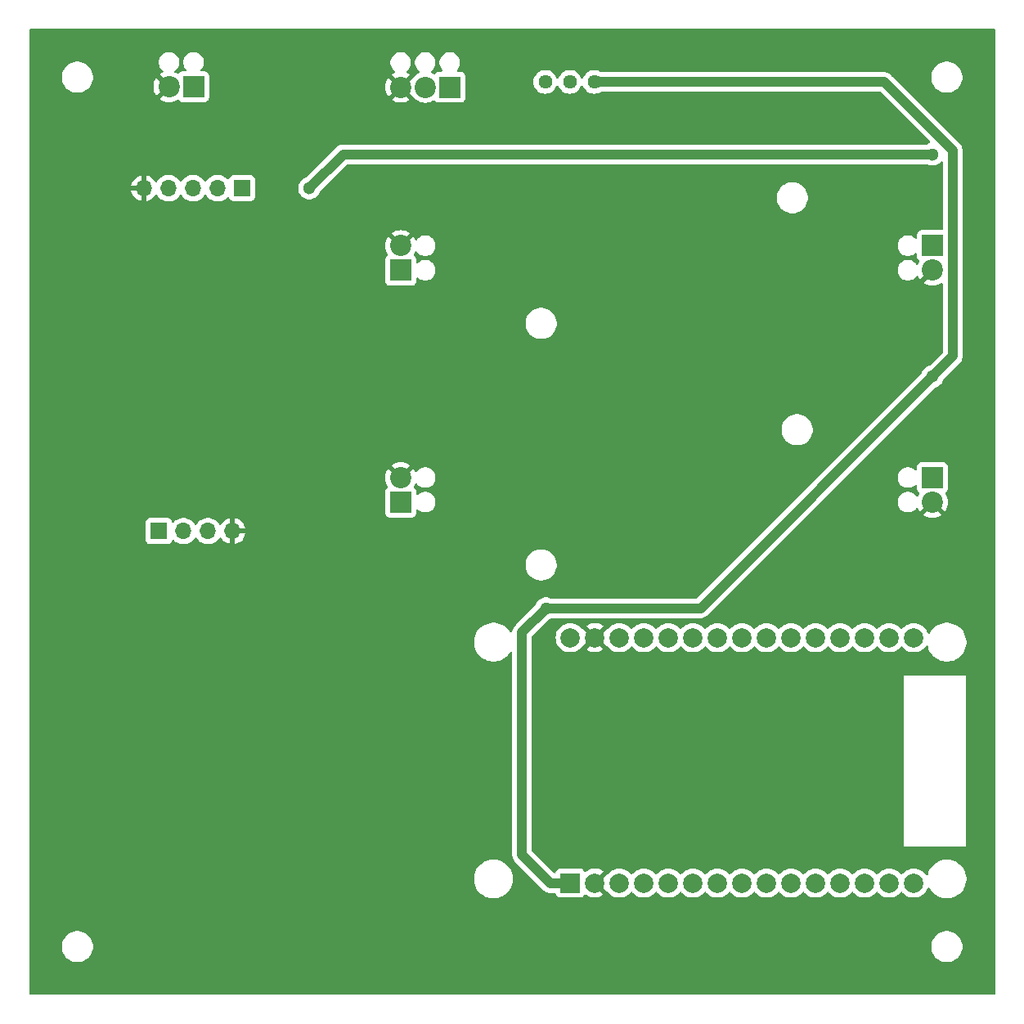
<source format=gbr>
%TF.GenerationSoftware,KiCad,Pcbnew,8.0.7*%
%TF.CreationDate,2025-03-03T08:30:58+07:00*%
%TF.ProjectId,esp32_getstok_testing,65737033-325f-4676-9574-73746f6b5f74,rev?*%
%TF.SameCoordinates,Original*%
%TF.FileFunction,Copper,L2,Bot*%
%TF.FilePolarity,Positive*%
%FSLAX46Y46*%
G04 Gerber Fmt 4.6, Leading zero omitted, Abs format (unit mm)*
G04 Created by KiCad (PCBNEW 8.0.7) date 2025-03-03 08:30:58*
%MOMM*%
%LPD*%
G01*
G04 APERTURE LIST*
%TA.AperFunction,ComponentPad*%
%ADD10C,1.440000*%
%TD*%
%TA.AperFunction,ComponentPad*%
%ADD11R,2.000000X2.000000*%
%TD*%
%TA.AperFunction,ComponentPad*%
%ADD12C,2.000000*%
%TD*%
%TA.AperFunction,ComponentPad*%
%ADD13R,2.200000X2.200000*%
%TD*%
%TA.AperFunction,ComponentPad*%
%ADD14C,2.200000*%
%TD*%
%TA.AperFunction,ComponentPad*%
%ADD15R,1.700000X1.700000*%
%TD*%
%TA.AperFunction,ComponentPad*%
%ADD16O,1.700000X1.700000*%
%TD*%
%TA.AperFunction,ViaPad*%
%ADD17C,1.300000*%
%TD*%
%TA.AperFunction,Conductor*%
%ADD18C,1.000000*%
%TD*%
G04 APERTURE END LIST*
D10*
%TO.P,RV1,1,1*%
%TO.N,+3.3V*%
X163500000Y-43000000D03*
%TO.P,RV1,2,2*%
%TO.N,/ADC_IN*%
X160960000Y-43000000D03*
%TO.P,RV1,3,3*%
%TO.N,unconnected-(RV1-Pad3)*%
X158420000Y-43000000D03*
%TD*%
D11*
%TO.P,U1,1,3V3*%
%TO.N,+3.3V*%
X161010000Y-125930000D03*
D12*
%TO.P,U1,2,GND*%
%TO.N,GND*%
X163550000Y-125930000D03*
%TO.P,U1,3,D15*%
%TO.N,unconnected-(U1-D15-Pad3)*%
X166090000Y-125930000D03*
%TO.P,U1,4,D2*%
%TO.N,unconnected-(U1-D2-Pad4)*%
X168630000Y-125930000D03*
%TO.P,U1,5,D4*%
%TO.N,unconnected-(U1-D4-Pad5)*%
X171170000Y-125930000D03*
%TO.P,U1,6,RX2*%
%TO.N,/RX_SIM*%
X173710000Y-125930000D03*
%TO.P,U1,7,TX2*%
%TO.N,/TX_SIM*%
X176250000Y-125930000D03*
%TO.P,U1,8,D5*%
%TO.N,unconnected-(U1-D5-Pad8)*%
X178790000Y-125930000D03*
%TO.P,U1,9,D18*%
%TO.N,unconnected-(U1-D18-Pad9)*%
X181330000Y-125930000D03*
%TO.P,U1,10,D19*%
%TO.N,unconnected-(U1-D19-Pad10)*%
X183870000Y-125930000D03*
%TO.P,U1,11,D21*%
%TO.N,unconnected-(U1-D21-Pad11)*%
X186410000Y-125930000D03*
%TO.P,U1,12,RX0*%
%TO.N,/RX_GPS*%
X188950000Y-125930000D03*
%TO.P,U1,13,TX0*%
%TO.N,/TX_GPS*%
X191490000Y-125930000D03*
%TO.P,U1,14,D22*%
%TO.N,unconnected-(U1-D22-Pad14)*%
X194030000Y-125930000D03*
%TO.P,U1,15,D23*%
%TO.N,unconnected-(U1-D23-Pad15)*%
X196570000Y-125930000D03*
%TO.P,U1,16,EN*%
%TO.N,unconnected-(U1-EN-Pad16)*%
X196570000Y-100530000D03*
%TO.P,U1,17,VP*%
%TO.N,unconnected-(U1-VP-Pad17)*%
X194030000Y-100530000D03*
%TO.P,U1,18,VN*%
%TO.N,unconnected-(U1-VN-Pad18)*%
X191490000Y-100530000D03*
%TO.P,U1,19,D34*%
%TO.N,/ADC_IN*%
X188950000Y-100530000D03*
%TO.P,U1,20,D35*%
%TO.N,unconnected-(U1-D35-Pad20)*%
X186410000Y-100530000D03*
%TO.P,U1,21,D32*%
%TO.N,unconnected-(U1-D32-Pad21)*%
X183870000Y-100530000D03*
%TO.P,U1,22,D33*%
%TO.N,unconnected-(U1-D33-Pad22)*%
X181330000Y-100530000D03*
%TO.P,U1,23,D25*%
%TO.N,unconnected-(U1-D25-Pad23)*%
X178790000Y-100530000D03*
%TO.P,U1,24,D26*%
%TO.N,unconnected-(U1-D26-Pad24)*%
X176250000Y-100530000D03*
%TO.P,U1,25,D27*%
%TO.N,unconnected-(U1-D27-Pad25)*%
X173710000Y-100530000D03*
%TO.P,U1,26,D14*%
%TO.N,unconnected-(U1-D14-Pad26)*%
X171170000Y-100530000D03*
%TO.P,U1,27,D12*%
%TO.N,unconnected-(U1-D12-Pad27)*%
X168630000Y-100530000D03*
%TO.P,U1,28,D13*%
%TO.N,unconnected-(U1-D13-Pad28)*%
X166090000Y-100530000D03*
%TO.P,U1,29,GND*%
%TO.N,GND*%
X163550000Y-100530000D03*
%TO.P,U1,30,VIN*%
%TO.N,unconnected-(U1-VIN-Pad30)*%
X161010000Y-100530000D03*
%TD*%
D13*
%TO.P,J6,1,Pin_1*%
%TO.N,+4V*%
X198500000Y-59960000D03*
D14*
%TO.P,J6,2,Pin_2*%
%TO.N,GND*%
X198500000Y-62500000D03*
%TD*%
D13*
%TO.P,J1,1,Pin_1*%
%TO.N,Net-(J1-Pin_1)*%
X122000000Y-43500000D03*
D14*
%TO.P,J1,2,Pin_2*%
%TO.N,GND*%
X119460000Y-43500000D03*
%TD*%
D13*
%TO.P,J7,1,Pin_1*%
%TO.N,/Vin*%
X143460000Y-86500000D03*
D14*
%TO.P,J7,2,Pin_2*%
%TO.N,GND*%
X143460000Y-83960000D03*
%TD*%
D15*
%TO.P,J5,1,Pin_1*%
%TO.N,+4V*%
X127040000Y-54000000D03*
D16*
%TO.P,J5,2,Pin_2*%
%TO.N,unconnected-(J5-Pin_2-Pad2)*%
X124500000Y-54000000D03*
%TO.P,J5,3,Pin_3*%
%TO.N,/RX_SIM*%
X121960000Y-54000000D03*
%TO.P,J5,4,Pin_4*%
%TO.N,/TX_SIM*%
X119420000Y-54000000D03*
%TO.P,J5,5,Pin_5*%
%TO.N,GND*%
X116880000Y-54000000D03*
%TD*%
D15*
%TO.P,J3,1,Pin_1*%
%TO.N,+3.3V*%
X118420000Y-89500000D03*
D16*
%TO.P,J3,2,Pin_2*%
%TO.N,/RX_GPS*%
X120960000Y-89500000D03*
%TO.P,J3,3,Pin_3*%
%TO.N,/TX_GPS*%
X123500000Y-89500000D03*
%TO.P,J3,4,Pin_4*%
%TO.N,GND*%
X126040000Y-89500000D03*
%TD*%
D13*
%TO.P,J4,1,Pin_1*%
%TO.N,/Vin*%
X143460000Y-62500000D03*
D14*
%TO.P,J4,2,Pin_2*%
%TO.N,GND*%
X143460000Y-59960000D03*
%TD*%
D13*
%TO.P,J8,1,Pin_1*%
%TO.N,+3.3V*%
X198500000Y-83960000D03*
D14*
%TO.P,J8,2,Pin_2*%
%TO.N,GND*%
X198500000Y-86500000D03*
%TD*%
D13*
%TO.P,J2,1,Pin_1*%
%TO.N,/ADC_IN*%
X148540000Y-43540000D03*
D14*
%TO.P,J2,2,Pin_2*%
X146000000Y-43540000D03*
%TO.P,J2,3,Pin_3*%
%TO.N,GND*%
X143460000Y-43540000D03*
%TD*%
D17*
%TO.N,+3.3V*%
X198500000Y-73500000D03*
X158500000Y-97500000D03*
%TO.N,+4V*%
X134000000Y-54000000D03*
X198500000Y-50500000D03*
%TD*%
D18*
%TO.N,+3.3V*%
X174500000Y-97500000D02*
X158500000Y-97500000D01*
X200608000Y-71392000D02*
X200608000Y-50108000D01*
X158500000Y-97500000D02*
X156000000Y-100000000D01*
X198500000Y-73500000D02*
X200608000Y-71392000D01*
X200608000Y-50108000D02*
X193500000Y-43000000D01*
X158930000Y-125930000D02*
X161010000Y-125930000D01*
X156000000Y-100000000D02*
X156000000Y-123000000D01*
X193500000Y-43000000D02*
X163500000Y-43000000D01*
X156000000Y-123000000D02*
X158930000Y-125930000D01*
X198500000Y-73500000D02*
X174500000Y-97500000D01*
%TO.N,+4V*%
X137500000Y-50500000D02*
X134000000Y-54000000D01*
X198500000Y-50500000D02*
X137500000Y-50500000D01*
%TD*%
%TA.AperFunction,Conductor*%
%TO.N,GND*%
G36*
X204943039Y-37519685D02*
G01*
X204988794Y-37572489D01*
X205000000Y-37624000D01*
X205000000Y-137376000D01*
X204980315Y-137443039D01*
X204927511Y-137488794D01*
X204876000Y-137500000D01*
X105124000Y-137500000D01*
X105056961Y-137480315D01*
X105011206Y-137427511D01*
X105000000Y-137376000D01*
X105000000Y-132373402D01*
X108391500Y-132373402D01*
X108391500Y-132626597D01*
X108431106Y-132876658D01*
X108509344Y-133117450D01*
X108624287Y-133343038D01*
X108773105Y-133547868D01*
X108952132Y-133726895D01*
X109156962Y-133875713D01*
X109382550Y-133990656D01*
X109623342Y-134068894D01*
X109752176Y-134089299D01*
X109873403Y-134108500D01*
X109873408Y-134108500D01*
X110126597Y-134108500D01*
X110237108Y-134090996D01*
X110376658Y-134068894D01*
X110617450Y-133990656D01*
X110843038Y-133875713D01*
X111047868Y-133726895D01*
X111226895Y-133547868D01*
X111375713Y-133343038D01*
X111490656Y-133117450D01*
X111568894Y-132876658D01*
X111590996Y-132737108D01*
X111608500Y-132626597D01*
X111608500Y-132373402D01*
X198391500Y-132373402D01*
X198391500Y-132626597D01*
X198431106Y-132876658D01*
X198509344Y-133117450D01*
X198624287Y-133343038D01*
X198773105Y-133547868D01*
X198952132Y-133726895D01*
X199156962Y-133875713D01*
X199382550Y-133990656D01*
X199623342Y-134068894D01*
X199752176Y-134089299D01*
X199873403Y-134108500D01*
X199873408Y-134108500D01*
X200126597Y-134108500D01*
X200237108Y-134090996D01*
X200376658Y-134068894D01*
X200617450Y-133990656D01*
X200843038Y-133875713D01*
X201047868Y-133726895D01*
X201226895Y-133547868D01*
X201375713Y-133343038D01*
X201490656Y-133117450D01*
X201568894Y-132876658D01*
X201590996Y-132737108D01*
X201608500Y-132626597D01*
X201608500Y-132373402D01*
X201587495Y-132240788D01*
X201568894Y-132123342D01*
X201490656Y-131882550D01*
X201375713Y-131656962D01*
X201226895Y-131452132D01*
X201047868Y-131273105D01*
X200843038Y-131124287D01*
X200617450Y-131009344D01*
X200376658Y-130931106D01*
X200126597Y-130891500D01*
X200126592Y-130891500D01*
X199873408Y-130891500D01*
X199873403Y-130891500D01*
X199623341Y-130931106D01*
X199382547Y-131009345D01*
X199156961Y-131124287D01*
X199040098Y-131209193D01*
X198952132Y-131273105D01*
X198952130Y-131273107D01*
X198952129Y-131273107D01*
X198773107Y-131452129D01*
X198773107Y-131452130D01*
X198773105Y-131452132D01*
X198709193Y-131540098D01*
X198624287Y-131656961D01*
X198509345Y-131882547D01*
X198431106Y-132123341D01*
X198391500Y-132373402D01*
X111608500Y-132373402D01*
X111587495Y-132240788D01*
X111568894Y-132123342D01*
X111490656Y-131882550D01*
X111375713Y-131656962D01*
X111226895Y-131452132D01*
X111047868Y-131273105D01*
X110843038Y-131124287D01*
X110617450Y-131009344D01*
X110376658Y-130931106D01*
X110126597Y-130891500D01*
X110126592Y-130891500D01*
X109873408Y-130891500D01*
X109873403Y-130891500D01*
X109623341Y-130931106D01*
X109382547Y-131009345D01*
X109156961Y-131124287D01*
X109040098Y-131209193D01*
X108952132Y-131273105D01*
X108952130Y-131273107D01*
X108952129Y-131273107D01*
X108773107Y-131452129D01*
X108773107Y-131452130D01*
X108773105Y-131452132D01*
X108709193Y-131540098D01*
X108624287Y-131656961D01*
X108509345Y-131882547D01*
X108431106Y-132123341D01*
X108391500Y-132373402D01*
X105000000Y-132373402D01*
X105000000Y-125378362D01*
X151041500Y-125378362D01*
X151041500Y-125641637D01*
X151041501Y-125641653D01*
X151075865Y-125902678D01*
X151144009Y-126156995D01*
X151244761Y-126400234D01*
X151244769Y-126400250D01*
X151376409Y-126628256D01*
X151536687Y-126837136D01*
X151536693Y-126837143D01*
X151722856Y-127023306D01*
X151722863Y-127023312D01*
X151931743Y-127183590D01*
X152159749Y-127315230D01*
X152159765Y-127315238D01*
X152289810Y-127369104D01*
X152403003Y-127415990D01*
X152657320Y-127484134D01*
X152918356Y-127518500D01*
X152918363Y-127518500D01*
X153181637Y-127518500D01*
X153181644Y-127518500D01*
X153442680Y-127484134D01*
X153696997Y-127415990D01*
X153880099Y-127340146D01*
X153940234Y-127315238D01*
X153940237Y-127315236D01*
X153940243Y-127315234D01*
X154168257Y-127183590D01*
X154377138Y-127023311D01*
X154563311Y-126837138D01*
X154723590Y-126628257D01*
X154855234Y-126400243D01*
X154856332Y-126397594D01*
X154920305Y-126243147D01*
X154955990Y-126156997D01*
X155024134Y-125902680D01*
X155058500Y-125641644D01*
X155058500Y-125378356D01*
X155024134Y-125117320D01*
X154955990Y-124863003D01*
X154900781Y-124729716D01*
X154855238Y-124619765D01*
X154855230Y-124619749D01*
X154723590Y-124391743D01*
X154563312Y-124182863D01*
X154563306Y-124182856D01*
X154377143Y-123996693D01*
X154377136Y-123996687D01*
X154168256Y-123836409D01*
X153940250Y-123704769D01*
X153940234Y-123704761D01*
X153696995Y-123604009D01*
X153442678Y-123535865D01*
X153181653Y-123501501D01*
X153181650Y-123501500D01*
X153181644Y-123501500D01*
X152918356Y-123501500D01*
X152918350Y-123501500D01*
X152918346Y-123501501D01*
X152657321Y-123535865D01*
X152403004Y-123604009D01*
X152159765Y-123704761D01*
X152159749Y-123704769D01*
X151931743Y-123836409D01*
X151722863Y-123996687D01*
X151722856Y-123996693D01*
X151536693Y-124182856D01*
X151536687Y-124182863D01*
X151376409Y-124391743D01*
X151244769Y-124619749D01*
X151244761Y-124619765D01*
X151144009Y-124863004D01*
X151075865Y-125117321D01*
X151041501Y-125378346D01*
X151041500Y-125378362D01*
X105000000Y-125378362D01*
X105000000Y-92873402D01*
X156391500Y-92873402D01*
X156391500Y-93126597D01*
X156431106Y-93376658D01*
X156509344Y-93617450D01*
X156624287Y-93843038D01*
X156773105Y-94047868D01*
X156952132Y-94226895D01*
X157156962Y-94375713D01*
X157382550Y-94490656D01*
X157623342Y-94568894D01*
X157752176Y-94589299D01*
X157873403Y-94608500D01*
X157873408Y-94608500D01*
X158126597Y-94608500D01*
X158237108Y-94590996D01*
X158376658Y-94568894D01*
X158617450Y-94490656D01*
X158843038Y-94375713D01*
X159047868Y-94226895D01*
X159226895Y-94047868D01*
X159375713Y-93843038D01*
X159490656Y-93617450D01*
X159568894Y-93376658D01*
X159590996Y-93237108D01*
X159608500Y-93126597D01*
X159608500Y-92873402D01*
X159587495Y-92740788D01*
X159568894Y-92623342D01*
X159490656Y-92382550D01*
X159375713Y-92156962D01*
X159226895Y-91952132D01*
X159047868Y-91773105D01*
X158843038Y-91624287D01*
X158617450Y-91509344D01*
X158376658Y-91431106D01*
X158126597Y-91391500D01*
X158126592Y-91391500D01*
X157873408Y-91391500D01*
X157873403Y-91391500D01*
X157623341Y-91431106D01*
X157382547Y-91509345D01*
X157156961Y-91624287D01*
X157040098Y-91709193D01*
X156952132Y-91773105D01*
X156952130Y-91773107D01*
X156952129Y-91773107D01*
X156773107Y-91952129D01*
X156773107Y-91952130D01*
X156773105Y-91952132D01*
X156709193Y-92040098D01*
X156624287Y-92156961D01*
X156509345Y-92382547D01*
X156431106Y-92623341D01*
X156391500Y-92873402D01*
X105000000Y-92873402D01*
X105000000Y-88601345D01*
X117061500Y-88601345D01*
X117061500Y-90398654D01*
X117068011Y-90459202D01*
X117068011Y-90459204D01*
X117119111Y-90596204D01*
X117206739Y-90713261D01*
X117323796Y-90800889D01*
X117460799Y-90851989D01*
X117488050Y-90854918D01*
X117521345Y-90858499D01*
X117521362Y-90858500D01*
X119318638Y-90858500D01*
X119318654Y-90858499D01*
X119345692Y-90855591D01*
X119379201Y-90851989D01*
X119516204Y-90800889D01*
X119633261Y-90713261D01*
X119720889Y-90596204D01*
X119766138Y-90474887D01*
X119808009Y-90418956D01*
X119873474Y-90394539D01*
X119941746Y-90409391D01*
X119973545Y-90434236D01*
X120036760Y-90502906D01*
X120214424Y-90641189D01*
X120214425Y-90641189D01*
X120214427Y-90641191D01*
X120274314Y-90673600D01*
X120412426Y-90748342D01*
X120625365Y-90821444D01*
X120847431Y-90858500D01*
X121072569Y-90858500D01*
X121294635Y-90821444D01*
X121507574Y-90748342D01*
X121705576Y-90641189D01*
X121883240Y-90502906D01*
X122004594Y-90371082D01*
X122035715Y-90337276D01*
X122035715Y-90337275D01*
X122035722Y-90337268D01*
X122126193Y-90198790D01*
X122179338Y-90153437D01*
X122248569Y-90144013D01*
X122311905Y-90173515D01*
X122333804Y-90198787D01*
X122424278Y-90337268D01*
X122424283Y-90337273D01*
X122424284Y-90337276D01*
X122550968Y-90474889D01*
X122576760Y-90502906D01*
X122754424Y-90641189D01*
X122754425Y-90641189D01*
X122754427Y-90641191D01*
X122814314Y-90673600D01*
X122952426Y-90748342D01*
X123165365Y-90821444D01*
X123387431Y-90858500D01*
X123612569Y-90858500D01*
X123834635Y-90821444D01*
X124047574Y-90748342D01*
X124245576Y-90641189D01*
X124423240Y-90502906D01*
X124544594Y-90371082D01*
X124575715Y-90337276D01*
X124575715Y-90337275D01*
X124575722Y-90337268D01*
X124669749Y-90193347D01*
X124722894Y-90147994D01*
X124792125Y-90138570D01*
X124855461Y-90168072D01*
X124875130Y-90190048D01*
X125001890Y-90371078D01*
X125168917Y-90538105D01*
X125362421Y-90673600D01*
X125576507Y-90773429D01*
X125576516Y-90773433D01*
X125790000Y-90830634D01*
X125790000Y-89933012D01*
X125847007Y-89965925D01*
X125974174Y-90000000D01*
X126105826Y-90000000D01*
X126232993Y-89965925D01*
X126290000Y-89933012D01*
X126290000Y-90830633D01*
X126503483Y-90773433D01*
X126503492Y-90773429D01*
X126717578Y-90673600D01*
X126911082Y-90538105D01*
X127078105Y-90371082D01*
X127213600Y-90177578D01*
X127313429Y-89963492D01*
X127313432Y-89963486D01*
X127370636Y-89750000D01*
X126473012Y-89750000D01*
X126505925Y-89692993D01*
X126540000Y-89565826D01*
X126540000Y-89434174D01*
X126505925Y-89307007D01*
X126473012Y-89250000D01*
X127370636Y-89250000D01*
X127370635Y-89249999D01*
X127313432Y-89036513D01*
X127313429Y-89036507D01*
X127213600Y-88822422D01*
X127213599Y-88822420D01*
X127078113Y-88628926D01*
X127078108Y-88628920D01*
X126911082Y-88461894D01*
X126717578Y-88326399D01*
X126503492Y-88226570D01*
X126503486Y-88226567D01*
X126290000Y-88169364D01*
X126290000Y-89066988D01*
X126232993Y-89034075D01*
X126105826Y-89000000D01*
X125974174Y-89000000D01*
X125847007Y-89034075D01*
X125790000Y-89066988D01*
X125790000Y-88169364D01*
X125789999Y-88169364D01*
X125576513Y-88226567D01*
X125576507Y-88226570D01*
X125362422Y-88326399D01*
X125362420Y-88326400D01*
X125168926Y-88461886D01*
X125168920Y-88461891D01*
X125001891Y-88628920D01*
X125001890Y-88628922D01*
X124875131Y-88809952D01*
X124820554Y-88853577D01*
X124751055Y-88860769D01*
X124688701Y-88829247D01*
X124669752Y-88806656D01*
X124575722Y-88662732D01*
X124575715Y-88662725D01*
X124575715Y-88662723D01*
X124423243Y-88497097D01*
X124423238Y-88497092D01*
X124245577Y-88358812D01*
X124245572Y-88358808D01*
X124047580Y-88251661D01*
X124047577Y-88251659D01*
X124047574Y-88251658D01*
X124047571Y-88251657D01*
X124047569Y-88251656D01*
X123834637Y-88178556D01*
X123612569Y-88141500D01*
X123387431Y-88141500D01*
X123165362Y-88178556D01*
X122952430Y-88251656D01*
X122952419Y-88251661D01*
X122754427Y-88358808D01*
X122754422Y-88358812D01*
X122576761Y-88497092D01*
X122576756Y-88497097D01*
X122424284Y-88662723D01*
X122424276Y-88662734D01*
X122333808Y-88801206D01*
X122280662Y-88846562D01*
X122211431Y-88855986D01*
X122148095Y-88826484D01*
X122126192Y-88801206D01*
X122035723Y-88662734D01*
X122035715Y-88662723D01*
X121883243Y-88497097D01*
X121883238Y-88497092D01*
X121705577Y-88358812D01*
X121705572Y-88358808D01*
X121507580Y-88251661D01*
X121507577Y-88251659D01*
X121507574Y-88251658D01*
X121507571Y-88251657D01*
X121507569Y-88251656D01*
X121294637Y-88178556D01*
X121072569Y-88141500D01*
X120847431Y-88141500D01*
X120625362Y-88178556D01*
X120412430Y-88251656D01*
X120412419Y-88251661D01*
X120214427Y-88358808D01*
X120214422Y-88358812D01*
X120036761Y-88497092D01*
X119973548Y-88565760D01*
X119913661Y-88601750D01*
X119843823Y-88599649D01*
X119786207Y-88560124D01*
X119766138Y-88525110D01*
X119720889Y-88403796D01*
X119687214Y-88358812D01*
X119633261Y-88286739D01*
X119516204Y-88199111D01*
X119379203Y-88148011D01*
X119318654Y-88141500D01*
X119318638Y-88141500D01*
X117521362Y-88141500D01*
X117521345Y-88141500D01*
X117460797Y-88148011D01*
X117460795Y-88148011D01*
X117323795Y-88199111D01*
X117206739Y-88286739D01*
X117119111Y-88403795D01*
X117068011Y-88540795D01*
X117068011Y-88540797D01*
X117061500Y-88601345D01*
X105000000Y-88601345D01*
X105000000Y-85351345D01*
X141851500Y-85351345D01*
X141851500Y-87648654D01*
X141858011Y-87709202D01*
X141858011Y-87709204D01*
X141909111Y-87846204D01*
X141996739Y-87963261D01*
X142113796Y-88050889D01*
X142250799Y-88101989D01*
X142278050Y-88104918D01*
X142311345Y-88108499D01*
X142311362Y-88108500D01*
X144608638Y-88108500D01*
X144608654Y-88108499D01*
X144635692Y-88105591D01*
X144669201Y-88101989D01*
X144806204Y-88050889D01*
X144923261Y-87963261D01*
X145010889Y-87846204D01*
X145061989Y-87709201D01*
X145065591Y-87675692D01*
X145068499Y-87648654D01*
X145068500Y-87648637D01*
X145068500Y-87364809D01*
X145088185Y-87297770D01*
X145140989Y-87252015D01*
X145210147Y-87242071D01*
X145273703Y-87271096D01*
X145280181Y-87277128D01*
X145325241Y-87322188D01*
X145325245Y-87322191D01*
X145498605Y-87438027D01*
X145498614Y-87438032D01*
X145513457Y-87444180D01*
X145691247Y-87517823D01*
X145895742Y-87558499D01*
X145895746Y-87558500D01*
X145895747Y-87558500D01*
X146104254Y-87558500D01*
X146104255Y-87558499D01*
X146308753Y-87517823D01*
X146501388Y-87438031D01*
X146674755Y-87322191D01*
X146822191Y-87174755D01*
X146938031Y-87001388D01*
X147017823Y-86808753D01*
X147058500Y-86604253D01*
X147058500Y-86395747D01*
X147017823Y-86191247D01*
X146938031Y-85998612D01*
X146938030Y-85998611D01*
X146938027Y-85998605D01*
X146822191Y-85825245D01*
X146822188Y-85825241D01*
X146674758Y-85677811D01*
X146674754Y-85677808D01*
X146501394Y-85561972D01*
X146501385Y-85561967D01*
X146308753Y-85482177D01*
X146308745Y-85482175D01*
X146104257Y-85441500D01*
X146104253Y-85441500D01*
X145895747Y-85441500D01*
X145895742Y-85441500D01*
X145691254Y-85482175D01*
X145691246Y-85482177D01*
X145498614Y-85561967D01*
X145498605Y-85561972D01*
X145325245Y-85677808D01*
X145325241Y-85677811D01*
X145280181Y-85722872D01*
X145218858Y-85756357D01*
X145149166Y-85751373D01*
X145093233Y-85709501D01*
X145068816Y-85644037D01*
X145068500Y-85635191D01*
X145068500Y-85351362D01*
X145068499Y-85351345D01*
X145063645Y-85306204D01*
X145061989Y-85290799D01*
X145010889Y-85153796D01*
X144923261Y-85036739D01*
X144844691Y-84977922D01*
X144802820Y-84921988D01*
X144797836Y-84852296D01*
X144813275Y-84813865D01*
X144890017Y-84688634D01*
X144925148Y-84603819D01*
X144968989Y-84549416D01*
X145035283Y-84527350D01*
X145102982Y-84544629D01*
X145142812Y-84582379D01*
X145177811Y-84634758D01*
X145325241Y-84782188D01*
X145325245Y-84782191D01*
X145498605Y-84898027D01*
X145498611Y-84898030D01*
X145498612Y-84898031D01*
X145691247Y-84977823D01*
X145895742Y-85018499D01*
X145895746Y-85018500D01*
X145895747Y-85018500D01*
X146104254Y-85018500D01*
X146104255Y-85018499D01*
X146308753Y-84977823D01*
X146501388Y-84898031D01*
X146674755Y-84782191D01*
X146822191Y-84634755D01*
X146938031Y-84461388D01*
X147017823Y-84268753D01*
X147058500Y-84064253D01*
X147058500Y-83855747D01*
X147017823Y-83651247D01*
X146938031Y-83458612D01*
X146938030Y-83458611D01*
X146938027Y-83458605D01*
X146822191Y-83285245D01*
X146822188Y-83285241D01*
X146674758Y-83137811D01*
X146674754Y-83137808D01*
X146501394Y-83021972D01*
X146501385Y-83021967D01*
X146308753Y-82942177D01*
X146308745Y-82942175D01*
X146104257Y-82901500D01*
X146104253Y-82901500D01*
X145895747Y-82901500D01*
X145895742Y-82901500D01*
X145691254Y-82942175D01*
X145691246Y-82942177D01*
X145498614Y-83021967D01*
X145498605Y-83021972D01*
X145325245Y-83137808D01*
X145325241Y-83137811D01*
X145177809Y-83285243D01*
X145142811Y-83337621D01*
X145089198Y-83382425D01*
X145019873Y-83391131D01*
X144956846Y-83360975D01*
X144925149Y-83316180D01*
X144890020Y-83231371D01*
X144890019Y-83231369D01*
X144758429Y-83016634D01*
X144757733Y-83015819D01*
X144757732Y-83015819D01*
X143983787Y-83789764D01*
X143972518Y-83747708D01*
X143900110Y-83622292D01*
X143797708Y-83519890D01*
X143672292Y-83447482D01*
X143630232Y-83436212D01*
X144404179Y-82662266D01*
X144403362Y-82661568D01*
X144188631Y-82529980D01*
X143955956Y-82433603D01*
X143711072Y-82374812D01*
X143460000Y-82355052D01*
X143208927Y-82374812D01*
X142964043Y-82433603D01*
X142731368Y-82529980D01*
X142516637Y-82661567D01*
X142515818Y-82662266D01*
X143289765Y-83436212D01*
X143247708Y-83447482D01*
X143122292Y-83519890D01*
X143019890Y-83622292D01*
X142947482Y-83747708D01*
X142936212Y-83789765D01*
X142162266Y-83015818D01*
X142161567Y-83016637D01*
X142029980Y-83231368D01*
X141933603Y-83464043D01*
X141874812Y-83708927D01*
X141855052Y-83960000D01*
X141874812Y-84211072D01*
X141933603Y-84455956D01*
X142029979Y-84688629D01*
X142106725Y-84813867D01*
X142124969Y-84881312D01*
X142103852Y-84947915D01*
X142075308Y-84977923D01*
X141996739Y-85036739D01*
X141909111Y-85153795D01*
X141858011Y-85290795D01*
X141858011Y-85290797D01*
X141851500Y-85351345D01*
X105000000Y-85351345D01*
X105000000Y-78873402D01*
X182891500Y-78873402D01*
X182891500Y-79126597D01*
X182931106Y-79376658D01*
X183009344Y-79617450D01*
X183124287Y-79843038D01*
X183273105Y-80047868D01*
X183452132Y-80226895D01*
X183656962Y-80375713D01*
X183882550Y-80490656D01*
X184123342Y-80568894D01*
X184252176Y-80589299D01*
X184373403Y-80608500D01*
X184373408Y-80608500D01*
X184626597Y-80608500D01*
X184737108Y-80590996D01*
X184876658Y-80568894D01*
X185117450Y-80490656D01*
X185343038Y-80375713D01*
X185547868Y-80226895D01*
X185726895Y-80047868D01*
X185875713Y-79843038D01*
X185990656Y-79617450D01*
X186068894Y-79376658D01*
X186090996Y-79237108D01*
X186108500Y-79126597D01*
X186108500Y-78873402D01*
X186087495Y-78740788D01*
X186068894Y-78623342D01*
X185990656Y-78382550D01*
X185875713Y-78156962D01*
X185726895Y-77952132D01*
X185547868Y-77773105D01*
X185343038Y-77624287D01*
X185117450Y-77509344D01*
X184876658Y-77431106D01*
X184626597Y-77391500D01*
X184626592Y-77391500D01*
X184373408Y-77391500D01*
X184373403Y-77391500D01*
X184123341Y-77431106D01*
X183882547Y-77509345D01*
X183656961Y-77624287D01*
X183540098Y-77709193D01*
X183452132Y-77773105D01*
X183452130Y-77773107D01*
X183452129Y-77773107D01*
X183273107Y-77952129D01*
X183273107Y-77952130D01*
X183273105Y-77952132D01*
X183209193Y-78040098D01*
X183124287Y-78156961D01*
X183009345Y-78382547D01*
X182931106Y-78623341D01*
X182891500Y-78873402D01*
X105000000Y-78873402D01*
X105000000Y-67873402D01*
X156391500Y-67873402D01*
X156391500Y-68126597D01*
X156431106Y-68376658D01*
X156509344Y-68617450D01*
X156624287Y-68843038D01*
X156773105Y-69047868D01*
X156952132Y-69226895D01*
X157156962Y-69375713D01*
X157382550Y-69490656D01*
X157623342Y-69568894D01*
X157752176Y-69589299D01*
X157873403Y-69608500D01*
X157873408Y-69608500D01*
X158126597Y-69608500D01*
X158237108Y-69590996D01*
X158376658Y-69568894D01*
X158617450Y-69490656D01*
X158843038Y-69375713D01*
X159047868Y-69226895D01*
X159226895Y-69047868D01*
X159375713Y-68843038D01*
X159490656Y-68617450D01*
X159568894Y-68376658D01*
X159590996Y-68237108D01*
X159608500Y-68126597D01*
X159608500Y-67873402D01*
X159587495Y-67740788D01*
X159568894Y-67623342D01*
X159490656Y-67382550D01*
X159375713Y-67156962D01*
X159226895Y-66952132D01*
X159047868Y-66773105D01*
X158843038Y-66624287D01*
X158617450Y-66509344D01*
X158376658Y-66431106D01*
X158126597Y-66391500D01*
X158126592Y-66391500D01*
X157873408Y-66391500D01*
X157873403Y-66391500D01*
X157623341Y-66431106D01*
X157382547Y-66509345D01*
X157156961Y-66624287D01*
X157040098Y-66709193D01*
X156952132Y-66773105D01*
X156952130Y-66773107D01*
X156952129Y-66773107D01*
X156773107Y-66952129D01*
X156773107Y-66952130D01*
X156773105Y-66952132D01*
X156709193Y-67040098D01*
X156624287Y-67156961D01*
X156509345Y-67382547D01*
X156431106Y-67623341D01*
X156391500Y-67873402D01*
X105000000Y-67873402D01*
X105000000Y-61351345D01*
X141851500Y-61351345D01*
X141851500Y-63648654D01*
X141858011Y-63709202D01*
X141858011Y-63709204D01*
X141909111Y-63846204D01*
X141996739Y-63963261D01*
X142113796Y-64050889D01*
X142250799Y-64101989D01*
X142278050Y-64104918D01*
X142311345Y-64108499D01*
X142311362Y-64108500D01*
X144608638Y-64108500D01*
X144608654Y-64108499D01*
X144635692Y-64105591D01*
X144669201Y-64101989D01*
X144806204Y-64050889D01*
X144923261Y-63963261D01*
X145010889Y-63846204D01*
X145061989Y-63709201D01*
X145065591Y-63675692D01*
X145068499Y-63648654D01*
X145068500Y-63648637D01*
X145068500Y-63364809D01*
X145088185Y-63297770D01*
X145140989Y-63252015D01*
X145210147Y-63242071D01*
X145273703Y-63271096D01*
X145280181Y-63277128D01*
X145325241Y-63322188D01*
X145325245Y-63322191D01*
X145498605Y-63438027D01*
X145498614Y-63438032D01*
X145542253Y-63456107D01*
X145691247Y-63517823D01*
X145895742Y-63558499D01*
X145895746Y-63558500D01*
X145895747Y-63558500D01*
X146104254Y-63558500D01*
X146104255Y-63558499D01*
X146308753Y-63517823D01*
X146501388Y-63438031D01*
X146674755Y-63322191D01*
X146822191Y-63174755D01*
X146938031Y-63001388D01*
X147017823Y-62808753D01*
X147058500Y-62604253D01*
X147058500Y-62395747D01*
X147017823Y-62191247D01*
X146938031Y-61998612D01*
X146938030Y-61998611D01*
X146938027Y-61998605D01*
X146822191Y-61825245D01*
X146822188Y-61825241D01*
X146674758Y-61677811D01*
X146674754Y-61677808D01*
X146501394Y-61561972D01*
X146501385Y-61561967D01*
X146308753Y-61482177D01*
X146308745Y-61482175D01*
X146104257Y-61441500D01*
X146104253Y-61441500D01*
X145895747Y-61441500D01*
X145895742Y-61441500D01*
X145691254Y-61482175D01*
X145691246Y-61482177D01*
X145498614Y-61561967D01*
X145498605Y-61561972D01*
X145325245Y-61677808D01*
X145325241Y-61677811D01*
X145280181Y-61722872D01*
X145218858Y-61756357D01*
X145149166Y-61751373D01*
X145093233Y-61709501D01*
X145068816Y-61644037D01*
X145068500Y-61635191D01*
X145068500Y-61351362D01*
X145068499Y-61351345D01*
X145063645Y-61306204D01*
X145061989Y-61290799D01*
X145010889Y-61153796D01*
X144923261Y-61036739D01*
X144844691Y-60977922D01*
X144802820Y-60921988D01*
X144797836Y-60852296D01*
X144813275Y-60813865D01*
X144890017Y-60688634D01*
X144925148Y-60603819D01*
X144968989Y-60549416D01*
X145035283Y-60527350D01*
X145102982Y-60544629D01*
X145142812Y-60582379D01*
X145177811Y-60634758D01*
X145325241Y-60782188D01*
X145325245Y-60782191D01*
X145498605Y-60898027D01*
X145498611Y-60898030D01*
X145498612Y-60898031D01*
X145691247Y-60977823D01*
X145895742Y-61018499D01*
X145895746Y-61018500D01*
X145895747Y-61018500D01*
X146104254Y-61018500D01*
X146104255Y-61018499D01*
X146308753Y-60977823D01*
X146501388Y-60898031D01*
X146674755Y-60782191D01*
X146822191Y-60634755D01*
X146938031Y-60461388D01*
X147017823Y-60268753D01*
X147058500Y-60064253D01*
X147058500Y-59855747D01*
X147017823Y-59651247D01*
X146938031Y-59458612D01*
X146938030Y-59458611D01*
X146938027Y-59458605D01*
X146822191Y-59285245D01*
X146822188Y-59285241D01*
X146674758Y-59137811D01*
X146674754Y-59137808D01*
X146501394Y-59021972D01*
X146501385Y-59021967D01*
X146308753Y-58942177D01*
X146308745Y-58942175D01*
X146104257Y-58901500D01*
X146104253Y-58901500D01*
X145895747Y-58901500D01*
X145895742Y-58901500D01*
X145691254Y-58942175D01*
X145691246Y-58942177D01*
X145498614Y-59021967D01*
X145498605Y-59021972D01*
X145325245Y-59137808D01*
X145325241Y-59137811D01*
X145177809Y-59285243D01*
X145142811Y-59337621D01*
X145089198Y-59382425D01*
X145019873Y-59391131D01*
X144956846Y-59360975D01*
X144925149Y-59316180D01*
X144890020Y-59231371D01*
X144890019Y-59231369D01*
X144758429Y-59016634D01*
X144757733Y-59015819D01*
X144757732Y-59015819D01*
X143983787Y-59789764D01*
X143972518Y-59747708D01*
X143900110Y-59622292D01*
X143797708Y-59519890D01*
X143672292Y-59447482D01*
X143630232Y-59436212D01*
X144404179Y-58662266D01*
X144403362Y-58661568D01*
X144188631Y-58529980D01*
X143955956Y-58433603D01*
X143711072Y-58374812D01*
X143460000Y-58355052D01*
X143208927Y-58374812D01*
X142964043Y-58433603D01*
X142731368Y-58529980D01*
X142516637Y-58661567D01*
X142515818Y-58662266D01*
X143289765Y-59436212D01*
X143247708Y-59447482D01*
X143122292Y-59519890D01*
X143019890Y-59622292D01*
X142947482Y-59747708D01*
X142936212Y-59789765D01*
X142162266Y-59015818D01*
X142161567Y-59016637D01*
X142029980Y-59231368D01*
X141933603Y-59464043D01*
X141874812Y-59708927D01*
X141855052Y-59960000D01*
X141874812Y-60211072D01*
X141933603Y-60455956D01*
X142029979Y-60688629D01*
X142106725Y-60813867D01*
X142124969Y-60881312D01*
X142103852Y-60947915D01*
X142075308Y-60977923D01*
X141996739Y-61036739D01*
X141909111Y-61153795D01*
X141858011Y-61290795D01*
X141858011Y-61290797D01*
X141851500Y-61351345D01*
X105000000Y-61351345D01*
X105000000Y-53749999D01*
X115549364Y-53749999D01*
X115549364Y-53750000D01*
X116446988Y-53750000D01*
X116414075Y-53807007D01*
X116380000Y-53934174D01*
X116380000Y-54065826D01*
X116414075Y-54192993D01*
X116446988Y-54250000D01*
X115549364Y-54250000D01*
X115606567Y-54463486D01*
X115606570Y-54463492D01*
X115706399Y-54677578D01*
X115841894Y-54871082D01*
X116008917Y-55038105D01*
X116202421Y-55173600D01*
X116416507Y-55273429D01*
X116416516Y-55273433D01*
X116630000Y-55330634D01*
X116630000Y-54433012D01*
X116687007Y-54465925D01*
X116814174Y-54500000D01*
X116945826Y-54500000D01*
X117072993Y-54465925D01*
X117130000Y-54433012D01*
X117130000Y-55330633D01*
X117343483Y-55273433D01*
X117343492Y-55273429D01*
X117557578Y-55173600D01*
X117751082Y-55038105D01*
X117918105Y-54871082D01*
X118044868Y-54690048D01*
X118099445Y-54646423D01*
X118168944Y-54639231D01*
X118231298Y-54670753D01*
X118250251Y-54693350D01*
X118344276Y-54837265D01*
X118344284Y-54837276D01*
X118470967Y-54974888D01*
X118496760Y-55002906D01*
X118674424Y-55141189D01*
X118674425Y-55141189D01*
X118674427Y-55141191D01*
X118706412Y-55158500D01*
X118872426Y-55248342D01*
X119085365Y-55321444D01*
X119307431Y-55358500D01*
X119532569Y-55358500D01*
X119754635Y-55321444D01*
X119967574Y-55248342D01*
X120165576Y-55141189D01*
X120343240Y-55002906D01*
X120442614Y-54894957D01*
X120495715Y-54837276D01*
X120495715Y-54837275D01*
X120495722Y-54837268D01*
X120586193Y-54698790D01*
X120639338Y-54653437D01*
X120708569Y-54644013D01*
X120771905Y-54673515D01*
X120793804Y-54698787D01*
X120884278Y-54837268D01*
X120884283Y-54837273D01*
X120884284Y-54837276D01*
X121010967Y-54974888D01*
X121036760Y-55002906D01*
X121214424Y-55141189D01*
X121214425Y-55141189D01*
X121214427Y-55141191D01*
X121246412Y-55158500D01*
X121412426Y-55248342D01*
X121625365Y-55321444D01*
X121847431Y-55358500D01*
X122072569Y-55358500D01*
X122294635Y-55321444D01*
X122507574Y-55248342D01*
X122705576Y-55141189D01*
X122883240Y-55002906D01*
X122982614Y-54894957D01*
X123035715Y-54837276D01*
X123035715Y-54837275D01*
X123035722Y-54837268D01*
X123126193Y-54698790D01*
X123179338Y-54653437D01*
X123248569Y-54644013D01*
X123311905Y-54673515D01*
X123333804Y-54698787D01*
X123424278Y-54837268D01*
X123424283Y-54837273D01*
X123424284Y-54837276D01*
X123550967Y-54974888D01*
X123576760Y-55002906D01*
X123754424Y-55141189D01*
X123754425Y-55141189D01*
X123754427Y-55141191D01*
X123786412Y-55158500D01*
X123952426Y-55248342D01*
X124165365Y-55321444D01*
X124387431Y-55358500D01*
X124612569Y-55358500D01*
X124834635Y-55321444D01*
X125047574Y-55248342D01*
X125245576Y-55141189D01*
X125423240Y-55002906D01*
X125486452Y-54934239D01*
X125546337Y-54898250D01*
X125616175Y-54900349D01*
X125673791Y-54939873D01*
X125693861Y-54974888D01*
X125718703Y-55041489D01*
X125739111Y-55096204D01*
X125826739Y-55213261D01*
X125943796Y-55300889D01*
X126080799Y-55351989D01*
X126108050Y-55354918D01*
X126141345Y-55358499D01*
X126141362Y-55358500D01*
X127938638Y-55358500D01*
X127938654Y-55358499D01*
X127965692Y-55355591D01*
X127999201Y-55351989D01*
X128136204Y-55300889D01*
X128253261Y-55213261D01*
X128340889Y-55096204D01*
X128391989Y-54959201D01*
X128395591Y-54925692D01*
X128398499Y-54898654D01*
X128398500Y-54898637D01*
X128398500Y-53999999D01*
X132836537Y-53999999D01*
X132836537Y-54000000D01*
X132856346Y-54213785D01*
X132856347Y-54213787D01*
X132915101Y-54420286D01*
X132915107Y-54420301D01*
X133010805Y-54612487D01*
X133140187Y-54783817D01*
X133140189Y-54783820D01*
X133298856Y-54928463D01*
X133298858Y-54928465D01*
X133308187Y-54934241D01*
X133481400Y-55041489D01*
X133681603Y-55119049D01*
X133892649Y-55158500D01*
X133892651Y-55158500D01*
X134107349Y-55158500D01*
X134107351Y-55158500D01*
X134318397Y-55119049D01*
X134518600Y-55041489D01*
X134701143Y-54928464D01*
X134761543Y-54873402D01*
X182391500Y-54873402D01*
X182391500Y-55126597D01*
X182427199Y-55351988D01*
X182431106Y-55376658D01*
X182509344Y-55617450D01*
X182624287Y-55843038D01*
X182773105Y-56047868D01*
X182952132Y-56226895D01*
X183156962Y-56375713D01*
X183382550Y-56490656D01*
X183623342Y-56568894D01*
X183752176Y-56589299D01*
X183873403Y-56608500D01*
X183873408Y-56608500D01*
X184126597Y-56608500D01*
X184237108Y-56590996D01*
X184376658Y-56568894D01*
X184617450Y-56490656D01*
X184843038Y-56375713D01*
X185047868Y-56226895D01*
X185226895Y-56047868D01*
X185375713Y-55843038D01*
X185490656Y-55617450D01*
X185568894Y-55376658D01*
X185594773Y-55213261D01*
X185608500Y-55126597D01*
X185608500Y-54873402D01*
X185577133Y-54675362D01*
X185568894Y-54623342D01*
X185490656Y-54382550D01*
X185375713Y-54156962D01*
X185226895Y-53952132D01*
X185047868Y-53773105D01*
X184843038Y-53624287D01*
X184617450Y-53509344D01*
X184376658Y-53431106D01*
X184126597Y-53391500D01*
X184126592Y-53391500D01*
X183873408Y-53391500D01*
X183873403Y-53391500D01*
X183623341Y-53431106D01*
X183382547Y-53509345D01*
X183156961Y-53624287D01*
X183062396Y-53692993D01*
X182952132Y-53773105D01*
X182952130Y-53773107D01*
X182952129Y-53773107D01*
X182773107Y-53952129D01*
X182773107Y-53952130D01*
X182773105Y-53952132D01*
X182738328Y-53999999D01*
X182624287Y-54156961D01*
X182509345Y-54382547D01*
X182431106Y-54623341D01*
X182391500Y-54873402D01*
X134761543Y-54873402D01*
X134859810Y-54783820D01*
X134958270Y-54653437D01*
X134989194Y-54612487D01*
X134989194Y-54612485D01*
X134989196Y-54612484D01*
X135084897Y-54420291D01*
X135107481Y-54340911D01*
X135139065Y-54287167D01*
X137881415Y-51544819D01*
X137942738Y-51511334D01*
X137969096Y-51508500D01*
X197892839Y-51508500D01*
X197958116Y-51527073D01*
X197981393Y-51541485D01*
X197981395Y-51541486D01*
X197981400Y-51541489D01*
X198181603Y-51619049D01*
X198392649Y-51658500D01*
X198392651Y-51658500D01*
X198607349Y-51658500D01*
X198607351Y-51658500D01*
X198818397Y-51619049D01*
X199018600Y-51541489D01*
X199201143Y-51428464D01*
X199359810Y-51283820D01*
X199376546Y-51261657D01*
X199432652Y-51220022D01*
X199502364Y-51215329D01*
X199563547Y-51249070D01*
X199596775Y-51310533D01*
X199599500Y-51336384D01*
X199599500Y-58227500D01*
X199579815Y-58294539D01*
X199527011Y-58340294D01*
X199475500Y-58351500D01*
X197351345Y-58351500D01*
X197290797Y-58358011D01*
X197290795Y-58358011D01*
X197153795Y-58409111D01*
X197036739Y-58496739D01*
X196949111Y-58613795D01*
X196898011Y-58750795D01*
X196898011Y-58750797D01*
X196891500Y-58811345D01*
X196891500Y-59095191D01*
X196871815Y-59162230D01*
X196819011Y-59207985D01*
X196749853Y-59217929D01*
X196686297Y-59188904D01*
X196679819Y-59182872D01*
X196634758Y-59137811D01*
X196634754Y-59137808D01*
X196461394Y-59021972D01*
X196461385Y-59021967D01*
X196268753Y-58942177D01*
X196268745Y-58942175D01*
X196064257Y-58901500D01*
X196064253Y-58901500D01*
X195855747Y-58901500D01*
X195855742Y-58901500D01*
X195651254Y-58942175D01*
X195651246Y-58942177D01*
X195458614Y-59021967D01*
X195458605Y-59021972D01*
X195285245Y-59137808D01*
X195285241Y-59137811D01*
X195137811Y-59285241D01*
X195137808Y-59285245D01*
X195021972Y-59458605D01*
X195021967Y-59458614D01*
X194942177Y-59651246D01*
X194942175Y-59651254D01*
X194901500Y-59855742D01*
X194901500Y-60064257D01*
X194942175Y-60268745D01*
X194942177Y-60268753D01*
X195021967Y-60461385D01*
X195021972Y-60461394D01*
X195137808Y-60634754D01*
X195137811Y-60634758D01*
X195285241Y-60782188D01*
X195285245Y-60782191D01*
X195458605Y-60898027D01*
X195458611Y-60898030D01*
X195458612Y-60898031D01*
X195651247Y-60977823D01*
X195855742Y-61018499D01*
X195855746Y-61018500D01*
X195855747Y-61018500D01*
X196064254Y-61018500D01*
X196064255Y-61018499D01*
X196268753Y-60977823D01*
X196461388Y-60898031D01*
X196634755Y-60782191D01*
X196634758Y-60782188D01*
X196679819Y-60737128D01*
X196741142Y-60703643D01*
X196810834Y-60708627D01*
X196866767Y-60750499D01*
X196891184Y-60815963D01*
X196891500Y-60824809D01*
X196891500Y-61108654D01*
X196898011Y-61169202D01*
X196898011Y-61169204D01*
X196943364Y-61290795D01*
X196949111Y-61306204D01*
X197036739Y-61423261D01*
X197115308Y-61482077D01*
X197157179Y-61538011D01*
X197162163Y-61607703D01*
X197146725Y-61646133D01*
X197069979Y-61771370D01*
X197034850Y-61856182D01*
X196991009Y-61910585D01*
X196924715Y-61932650D01*
X196857016Y-61915371D01*
X196817187Y-61877619D01*
X196782194Y-61825249D01*
X196782188Y-61825241D01*
X196634758Y-61677811D01*
X196634754Y-61677808D01*
X196461394Y-61561972D01*
X196461385Y-61561967D01*
X196268753Y-61482177D01*
X196268745Y-61482175D01*
X196064257Y-61441500D01*
X196064253Y-61441500D01*
X195855747Y-61441500D01*
X195855742Y-61441500D01*
X195651254Y-61482175D01*
X195651246Y-61482177D01*
X195458614Y-61561967D01*
X195458605Y-61561972D01*
X195285245Y-61677808D01*
X195285241Y-61677811D01*
X195137811Y-61825241D01*
X195137808Y-61825245D01*
X195021972Y-61998605D01*
X195021967Y-61998614D01*
X194942177Y-62191246D01*
X194942175Y-62191254D01*
X194901500Y-62395742D01*
X194901500Y-62604257D01*
X194942175Y-62808745D01*
X194942177Y-62808753D01*
X195021967Y-63001385D01*
X195021972Y-63001394D01*
X195137808Y-63174754D01*
X195137811Y-63174758D01*
X195285241Y-63322188D01*
X195285245Y-63322191D01*
X195458605Y-63438027D01*
X195458614Y-63438032D01*
X195502253Y-63456107D01*
X195651247Y-63517823D01*
X195855742Y-63558499D01*
X195855746Y-63558500D01*
X195855747Y-63558500D01*
X196064254Y-63558500D01*
X196064255Y-63558499D01*
X196268753Y-63517823D01*
X196461388Y-63438031D01*
X196634755Y-63322191D01*
X196782191Y-63174755D01*
X196817187Y-63122378D01*
X196870798Y-63077575D01*
X196940123Y-63068866D01*
X197003151Y-63099021D01*
X197034850Y-63143818D01*
X197069978Y-63228627D01*
X197069980Y-63228630D01*
X197201568Y-63443362D01*
X197202266Y-63444179D01*
X197976212Y-62670233D01*
X197987482Y-62712292D01*
X198059890Y-62837708D01*
X198162292Y-62940110D01*
X198287708Y-63012518D01*
X198329764Y-63023787D01*
X197555819Y-63797732D01*
X197555819Y-63797733D01*
X197556634Y-63798429D01*
X197771368Y-63930019D01*
X198004043Y-64026396D01*
X198248927Y-64085187D01*
X198500000Y-64104947D01*
X198751072Y-64085187D01*
X198995956Y-64026396D01*
X199228631Y-63930019D01*
X199410710Y-63818441D01*
X199478156Y-63800196D01*
X199544758Y-63821312D01*
X199589372Y-63875084D01*
X199599500Y-63924168D01*
X199599500Y-70922903D01*
X199579815Y-70989942D01*
X199563181Y-71010584D01*
X198218400Y-72355365D01*
X198175514Y-72383310D01*
X197981399Y-72458511D01*
X197981396Y-72458513D01*
X197798858Y-72571534D01*
X197798856Y-72571536D01*
X197640189Y-72716179D01*
X197640187Y-72716182D01*
X197510805Y-72887512D01*
X197415103Y-73079706D01*
X197392518Y-73159085D01*
X197360933Y-73212831D01*
X174118585Y-96455181D01*
X174057262Y-96488666D01*
X174030904Y-96491500D01*
X159107161Y-96491500D01*
X159041884Y-96472927D01*
X159018606Y-96458514D01*
X159018602Y-96458512D01*
X159018600Y-96458511D01*
X158818397Y-96380951D01*
X158607351Y-96341500D01*
X158392649Y-96341500D01*
X158181603Y-96380951D01*
X158181600Y-96380951D01*
X158181600Y-96380952D01*
X157981399Y-96458511D01*
X157981396Y-96458513D01*
X157798858Y-96571534D01*
X157798856Y-96571536D01*
X157640189Y-96716179D01*
X157640187Y-96716182D01*
X157510805Y-96887512D01*
X157415103Y-97079706D01*
X157392518Y-97159085D01*
X157360933Y-97212831D01*
X155582266Y-98991500D01*
X155357119Y-99216647D01*
X155303823Y-99269943D01*
X155216645Y-99357120D01*
X155106282Y-99522289D01*
X155106277Y-99522298D01*
X155030256Y-99705830D01*
X155030254Y-99705838D01*
X154990311Y-99906646D01*
X154988097Y-99906205D01*
X154965714Y-99961632D01*
X154908678Y-100001989D01*
X154838878Y-100005104D01*
X154778474Y-99969988D01*
X154761087Y-99946689D01*
X154723588Y-99881740D01*
X154563312Y-99672863D01*
X154563306Y-99672856D01*
X154377143Y-99486693D01*
X154377136Y-99486687D01*
X154168256Y-99326409D01*
X153940250Y-99194769D01*
X153940234Y-99194761D01*
X153696995Y-99094009D01*
X153442678Y-99025865D01*
X153181653Y-98991501D01*
X153181650Y-98991500D01*
X153181644Y-98991500D01*
X152918356Y-98991500D01*
X152918350Y-98991500D01*
X152918346Y-98991501D01*
X152657321Y-99025865D01*
X152403004Y-99094009D01*
X152159765Y-99194761D01*
X152159749Y-99194769D01*
X151931743Y-99326409D01*
X151722863Y-99486687D01*
X151722856Y-99486693D01*
X151536693Y-99672856D01*
X151536687Y-99672863D01*
X151376409Y-99881743D01*
X151244769Y-100109749D01*
X151244761Y-100109765D01*
X151144009Y-100353004D01*
X151075865Y-100607321D01*
X151041501Y-100868346D01*
X151041500Y-100868362D01*
X151041500Y-101131637D01*
X151041501Y-101131653D01*
X151075865Y-101392678D01*
X151144009Y-101646995D01*
X151244761Y-101890234D01*
X151244769Y-101890250D01*
X151376409Y-102118256D01*
X151536687Y-102327136D01*
X151536693Y-102327143D01*
X151722856Y-102513306D01*
X151722863Y-102513312D01*
X151931743Y-102673590D01*
X152159749Y-102805230D01*
X152159765Y-102805238D01*
X152311451Y-102868068D01*
X152403003Y-102905990D01*
X152657320Y-102974134D01*
X152918356Y-103008500D01*
X152918363Y-103008500D01*
X153181637Y-103008500D01*
X153181644Y-103008500D01*
X153442680Y-102974134D01*
X153696997Y-102905990D01*
X153880099Y-102830146D01*
X153940234Y-102805238D01*
X153940237Y-102805236D01*
X153940243Y-102805234D01*
X154168257Y-102673590D01*
X154377138Y-102513311D01*
X154563311Y-102327138D01*
X154723590Y-102118257D01*
X154760113Y-102054998D01*
X154810680Y-102006782D01*
X154879287Y-101993559D01*
X154944152Y-102019527D01*
X154984680Y-102076442D01*
X154991500Y-102116998D01*
X154991500Y-123099333D01*
X155030254Y-123294160D01*
X155030256Y-123294168D01*
X155106277Y-123477701D01*
X155106282Y-123477710D01*
X155216646Y-123642880D01*
X155216649Y-123642884D01*
X158287115Y-126713351D01*
X158287123Y-126713357D01*
X158452286Y-126823715D01*
X158452289Y-126823716D01*
X158452297Y-126823722D01*
X158559809Y-126868254D01*
X158635831Y-126899744D01*
X158830666Y-126938499D01*
X158830670Y-126938500D01*
X158830671Y-126938500D01*
X159029329Y-126938500D01*
X159386102Y-126938500D01*
X159453141Y-126958185D01*
X159498896Y-127010989D01*
X159506780Y-127033992D01*
X159508011Y-127039202D01*
X159550683Y-127153609D01*
X159559111Y-127176204D01*
X159646739Y-127293261D01*
X159763796Y-127380889D01*
X159900799Y-127431989D01*
X159928050Y-127434918D01*
X159961345Y-127438499D01*
X159961362Y-127438500D01*
X162058638Y-127438500D01*
X162058654Y-127438499D01*
X162085692Y-127435591D01*
X162119201Y-127431989D01*
X162256204Y-127380889D01*
X162373261Y-127293261D01*
X162460889Y-127176204D01*
X162460890Y-127176200D01*
X162464976Y-127168718D01*
X162514377Y-127119309D01*
X162582649Y-127104452D01*
X162648115Y-127128865D01*
X162649975Y-127130284D01*
X162726768Y-127190055D01*
X162726771Y-127190057D01*
X162945385Y-127308364D01*
X162945396Y-127308369D01*
X163180506Y-127389083D01*
X163425707Y-127430000D01*
X163674293Y-127430000D01*
X163919493Y-127389083D01*
X164154603Y-127308369D01*
X164154614Y-127308364D01*
X164373230Y-127190056D01*
X164373236Y-127190051D01*
X164420055Y-127153610D01*
X164420056Y-127153609D01*
X163687575Y-126421128D01*
X163746853Y-126405245D01*
X163863147Y-126338102D01*
X163958102Y-126243147D01*
X164025245Y-126126853D01*
X164041128Y-126067574D01*
X164773434Y-126799881D01*
X164778196Y-126799388D01*
X164846909Y-126812051D01*
X164885276Y-126842192D01*
X165020031Y-126999969D01*
X165142365Y-127104452D01*
X165200586Y-127154178D01*
X165200589Y-127154179D01*
X165403037Y-127278240D01*
X165403040Y-127278242D01*
X165622403Y-127369104D01*
X165622404Y-127369104D01*
X165622406Y-127369105D01*
X165853289Y-127424535D01*
X166090000Y-127443165D01*
X166326711Y-127424535D01*
X166557594Y-127369105D01*
X166557596Y-127369104D01*
X166557597Y-127369104D01*
X166776959Y-127278242D01*
X166776960Y-127278241D01*
X166776963Y-127278240D01*
X166979416Y-127154176D01*
X167159969Y-126999969D01*
X167265711Y-126876160D01*
X167324216Y-126837968D01*
X167394084Y-126837469D01*
X167453131Y-126874823D01*
X167454200Y-126876057D01*
X167524344Y-126958185D01*
X167560031Y-126999969D01*
X167740586Y-127154178D01*
X167740589Y-127154179D01*
X167943037Y-127278240D01*
X167943040Y-127278242D01*
X168162403Y-127369104D01*
X168162404Y-127369104D01*
X168162406Y-127369105D01*
X168393289Y-127424535D01*
X168630000Y-127443165D01*
X168866711Y-127424535D01*
X169097594Y-127369105D01*
X169097596Y-127369104D01*
X169097597Y-127369104D01*
X169316959Y-127278242D01*
X169316960Y-127278241D01*
X169316963Y-127278240D01*
X169519416Y-127154176D01*
X169699969Y-126999969D01*
X169805711Y-126876160D01*
X169864216Y-126837968D01*
X169934084Y-126837469D01*
X169993131Y-126874823D01*
X169994200Y-126876057D01*
X170064344Y-126958185D01*
X170100031Y-126999969D01*
X170280586Y-127154178D01*
X170280589Y-127154179D01*
X170483037Y-127278240D01*
X170483040Y-127278242D01*
X170702403Y-127369104D01*
X170702404Y-127369104D01*
X170702406Y-127369105D01*
X170933289Y-127424535D01*
X171170000Y-127443165D01*
X171406711Y-127424535D01*
X171637594Y-127369105D01*
X171637596Y-127369104D01*
X171637597Y-127369104D01*
X171856959Y-127278242D01*
X171856960Y-127278241D01*
X171856963Y-127278240D01*
X172059416Y-127154176D01*
X172239969Y-126999969D01*
X172345711Y-126876160D01*
X172404216Y-126837968D01*
X172474084Y-126837469D01*
X172533131Y-126874823D01*
X172534200Y-126876057D01*
X172604344Y-126958185D01*
X172640031Y-126999969D01*
X172820586Y-127154178D01*
X172820589Y-127154179D01*
X173023037Y-127278240D01*
X173023040Y-127278242D01*
X173242403Y-127369104D01*
X173242404Y-127369104D01*
X173242406Y-127369105D01*
X173473289Y-127424535D01*
X173710000Y-127443165D01*
X173946711Y-127424535D01*
X174177594Y-127369105D01*
X174177596Y-127369104D01*
X174177597Y-127369104D01*
X174396959Y-127278242D01*
X174396960Y-127278241D01*
X174396963Y-127278240D01*
X174599416Y-127154176D01*
X174779969Y-126999969D01*
X174885711Y-126876160D01*
X174944216Y-126837968D01*
X175014084Y-126837469D01*
X175073131Y-126874823D01*
X175074200Y-126876057D01*
X175144344Y-126958185D01*
X175180031Y-126999969D01*
X175360586Y-127154178D01*
X175360589Y-127154179D01*
X175563037Y-127278240D01*
X175563040Y-127278242D01*
X175782403Y-127369104D01*
X175782404Y-127369104D01*
X175782406Y-127369105D01*
X176013289Y-127424535D01*
X176250000Y-127443165D01*
X176486711Y-127424535D01*
X176717594Y-127369105D01*
X176717596Y-127369104D01*
X176717597Y-127369104D01*
X176936959Y-127278242D01*
X176936960Y-127278241D01*
X176936963Y-127278240D01*
X177139416Y-127154176D01*
X177319969Y-126999969D01*
X177425711Y-126876160D01*
X177484216Y-126837968D01*
X177554084Y-126837469D01*
X177613131Y-126874823D01*
X177614200Y-126876057D01*
X177684344Y-126958185D01*
X177720031Y-126999969D01*
X177900586Y-127154178D01*
X177900589Y-127154179D01*
X178103037Y-127278240D01*
X178103040Y-127278242D01*
X178322403Y-127369104D01*
X178322404Y-127369104D01*
X178322406Y-127369105D01*
X178553289Y-127424535D01*
X178790000Y-127443165D01*
X179026711Y-127424535D01*
X179257594Y-127369105D01*
X179257596Y-127369104D01*
X179257597Y-127369104D01*
X179476959Y-127278242D01*
X179476960Y-127278241D01*
X179476963Y-127278240D01*
X179679416Y-127154176D01*
X179859969Y-126999969D01*
X179965711Y-126876160D01*
X180024216Y-126837968D01*
X180094084Y-126837469D01*
X180153131Y-126874823D01*
X180154200Y-126876057D01*
X180224344Y-126958185D01*
X180260031Y-126999969D01*
X180440586Y-127154178D01*
X180440589Y-127154179D01*
X180643037Y-127278240D01*
X180643040Y-127278242D01*
X180862403Y-127369104D01*
X180862404Y-127369104D01*
X180862406Y-127369105D01*
X181093289Y-127424535D01*
X181330000Y-127443165D01*
X181566711Y-127424535D01*
X181797594Y-127369105D01*
X181797596Y-127369104D01*
X181797597Y-127369104D01*
X182016959Y-127278242D01*
X182016960Y-127278241D01*
X182016963Y-127278240D01*
X182219416Y-127154176D01*
X182399969Y-126999969D01*
X182505711Y-126876160D01*
X182564216Y-126837968D01*
X182634084Y-126837469D01*
X182693131Y-126874823D01*
X182694200Y-126876057D01*
X182764344Y-126958185D01*
X182800031Y-126999969D01*
X182980586Y-127154178D01*
X182980589Y-127154179D01*
X183183037Y-127278240D01*
X183183040Y-127278242D01*
X183402403Y-127369104D01*
X183402404Y-127369104D01*
X183402406Y-127369105D01*
X183633289Y-127424535D01*
X183870000Y-127443165D01*
X184106711Y-127424535D01*
X184337594Y-127369105D01*
X184337596Y-127369104D01*
X184337597Y-127369104D01*
X184556959Y-127278242D01*
X184556960Y-127278241D01*
X184556963Y-127278240D01*
X184759416Y-127154176D01*
X184939969Y-126999969D01*
X185045711Y-126876160D01*
X185104216Y-126837968D01*
X185174084Y-126837469D01*
X185233131Y-126874823D01*
X185234200Y-126876057D01*
X185304344Y-126958185D01*
X185340031Y-126999969D01*
X185520586Y-127154178D01*
X185520589Y-127154179D01*
X185723037Y-127278240D01*
X185723040Y-127278242D01*
X185942403Y-127369104D01*
X185942404Y-127369104D01*
X185942406Y-127369105D01*
X186173289Y-127424535D01*
X186410000Y-127443165D01*
X186646711Y-127424535D01*
X186877594Y-127369105D01*
X186877596Y-127369104D01*
X186877597Y-127369104D01*
X187096959Y-127278242D01*
X187096960Y-127278241D01*
X187096963Y-127278240D01*
X187299416Y-127154176D01*
X187479969Y-126999969D01*
X187585711Y-126876160D01*
X187644216Y-126837968D01*
X187714084Y-126837469D01*
X187773131Y-126874823D01*
X187774200Y-126876057D01*
X187844344Y-126958185D01*
X187880031Y-126999969D01*
X188060586Y-127154178D01*
X188060589Y-127154179D01*
X188263037Y-127278240D01*
X188263040Y-127278242D01*
X188482403Y-127369104D01*
X188482404Y-127369104D01*
X188482406Y-127369105D01*
X188713289Y-127424535D01*
X188950000Y-127443165D01*
X189186711Y-127424535D01*
X189417594Y-127369105D01*
X189417596Y-127369104D01*
X189417597Y-127369104D01*
X189636959Y-127278242D01*
X189636960Y-127278241D01*
X189636963Y-127278240D01*
X189839416Y-127154176D01*
X190019969Y-126999969D01*
X190125711Y-126876160D01*
X190184216Y-126837968D01*
X190254084Y-126837469D01*
X190313131Y-126874823D01*
X190314200Y-126876057D01*
X190384344Y-126958185D01*
X190420031Y-126999969D01*
X190600586Y-127154178D01*
X190600589Y-127154179D01*
X190803037Y-127278240D01*
X190803040Y-127278242D01*
X191022403Y-127369104D01*
X191022404Y-127369104D01*
X191022406Y-127369105D01*
X191253289Y-127424535D01*
X191490000Y-127443165D01*
X191726711Y-127424535D01*
X191957594Y-127369105D01*
X191957596Y-127369104D01*
X191957597Y-127369104D01*
X192176959Y-127278242D01*
X192176960Y-127278241D01*
X192176963Y-127278240D01*
X192379416Y-127154176D01*
X192559969Y-126999969D01*
X192665711Y-126876160D01*
X192724216Y-126837968D01*
X192794084Y-126837469D01*
X192853131Y-126874823D01*
X192854200Y-126876057D01*
X192924344Y-126958185D01*
X192960031Y-126999969D01*
X193140586Y-127154178D01*
X193140589Y-127154179D01*
X193343037Y-127278240D01*
X193343040Y-127278242D01*
X193562403Y-127369104D01*
X193562404Y-127369104D01*
X193562406Y-127369105D01*
X193793289Y-127424535D01*
X194030000Y-127443165D01*
X194266711Y-127424535D01*
X194497594Y-127369105D01*
X194497596Y-127369104D01*
X194497597Y-127369104D01*
X194716959Y-127278242D01*
X194716960Y-127278241D01*
X194716963Y-127278240D01*
X194919416Y-127154176D01*
X195099969Y-126999969D01*
X195205711Y-126876160D01*
X195264216Y-126837968D01*
X195334084Y-126837469D01*
X195393131Y-126874823D01*
X195394200Y-126876057D01*
X195464344Y-126958185D01*
X195500031Y-126999969D01*
X195680586Y-127154178D01*
X195680589Y-127154179D01*
X195883037Y-127278240D01*
X195883040Y-127278242D01*
X196102403Y-127369104D01*
X196102404Y-127369104D01*
X196102406Y-127369105D01*
X196333289Y-127424535D01*
X196570000Y-127443165D01*
X196806711Y-127424535D01*
X197037594Y-127369105D01*
X197037596Y-127369104D01*
X197037597Y-127369104D01*
X197256959Y-127278242D01*
X197256960Y-127278241D01*
X197256963Y-127278240D01*
X197459416Y-127154176D01*
X197639969Y-126999969D01*
X197794176Y-126819416D01*
X197918240Y-126616963D01*
X197989799Y-126444204D01*
X198033640Y-126389800D01*
X198099934Y-126367735D01*
X198167633Y-126385014D01*
X198211747Y-126429656D01*
X198326409Y-126628256D01*
X198486687Y-126837136D01*
X198486693Y-126837143D01*
X198672856Y-127023306D01*
X198672863Y-127023312D01*
X198881743Y-127183590D01*
X199109749Y-127315230D01*
X199109765Y-127315238D01*
X199239810Y-127369104D01*
X199353003Y-127415990D01*
X199607320Y-127484134D01*
X199868356Y-127518500D01*
X199868363Y-127518500D01*
X200131637Y-127518500D01*
X200131644Y-127518500D01*
X200392680Y-127484134D01*
X200646997Y-127415990D01*
X200830099Y-127340146D01*
X200890234Y-127315238D01*
X200890237Y-127315236D01*
X200890243Y-127315234D01*
X201118257Y-127183590D01*
X201327138Y-127023311D01*
X201513311Y-126837138D01*
X201673590Y-126628257D01*
X201805234Y-126400243D01*
X201806332Y-126397594D01*
X201870305Y-126243147D01*
X201905990Y-126156997D01*
X201974134Y-125902680D01*
X202008500Y-125641644D01*
X202008500Y-125378356D01*
X201974134Y-125117320D01*
X201905990Y-124863003D01*
X201850781Y-124729716D01*
X201805238Y-124619765D01*
X201805230Y-124619749D01*
X201673590Y-124391743D01*
X201513312Y-124182863D01*
X201513306Y-124182856D01*
X201327143Y-123996693D01*
X201327136Y-123996687D01*
X201118256Y-123836409D01*
X200890250Y-123704769D01*
X200890234Y-123704761D01*
X200646995Y-123604009D01*
X200392678Y-123535865D01*
X200131653Y-123501501D01*
X200131650Y-123501500D01*
X200131644Y-123501500D01*
X199868356Y-123501500D01*
X199868350Y-123501500D01*
X199868346Y-123501501D01*
X199607321Y-123535865D01*
X199353004Y-123604009D01*
X199109765Y-123704761D01*
X199109749Y-123704769D01*
X198881743Y-123836409D01*
X198672863Y-123996687D01*
X198672856Y-123996693D01*
X198486693Y-124182856D01*
X198486687Y-124182863D01*
X198326409Y-124391743D01*
X198194769Y-124619749D01*
X198194761Y-124619765D01*
X198094010Y-124863002D01*
X198044385Y-125048206D01*
X198008020Y-125107866D01*
X197945173Y-125138395D01*
X197875797Y-125130100D01*
X197821919Y-125085615D01*
X197818882Y-125080901D01*
X197806448Y-125060611D01*
X197794176Y-125040584D01*
X197639969Y-124860031D01*
X197460078Y-124706389D01*
X197459413Y-124705821D01*
X197459410Y-124705820D01*
X197256962Y-124581759D01*
X197256959Y-124581757D01*
X197037596Y-124490895D01*
X196806714Y-124435465D01*
X196570000Y-124416835D01*
X196333285Y-124435465D01*
X196102404Y-124490895D01*
X196102402Y-124490895D01*
X195883040Y-124581757D01*
X195883037Y-124581759D01*
X195680589Y-124705820D01*
X195680586Y-124705821D01*
X195537455Y-124828068D01*
X195500031Y-124860031D01*
X195447532Y-124921500D01*
X195394290Y-124983838D01*
X195335783Y-125022031D01*
X195265915Y-125022529D01*
X195206869Y-124985176D01*
X195205710Y-124983838D01*
X195099969Y-124860031D01*
X194920078Y-124706389D01*
X194919413Y-124705821D01*
X194919410Y-124705820D01*
X194716962Y-124581759D01*
X194716959Y-124581757D01*
X194497596Y-124490895D01*
X194266714Y-124435465D01*
X194030000Y-124416835D01*
X193793285Y-124435465D01*
X193562404Y-124490895D01*
X193562402Y-124490895D01*
X193343040Y-124581757D01*
X193343037Y-124581759D01*
X193140589Y-124705820D01*
X193140586Y-124705821D01*
X192997455Y-124828068D01*
X192960031Y-124860031D01*
X192907532Y-124921500D01*
X192854290Y-124983838D01*
X192795783Y-125022031D01*
X192725915Y-125022529D01*
X192666869Y-124985176D01*
X192665710Y-124983838D01*
X192559969Y-124860031D01*
X192380078Y-124706389D01*
X192379413Y-124705821D01*
X192379410Y-124705820D01*
X192176962Y-124581759D01*
X192176959Y-124581757D01*
X191957596Y-124490895D01*
X191726714Y-124435465D01*
X191490000Y-124416835D01*
X191253285Y-124435465D01*
X191022404Y-124490895D01*
X191022402Y-124490895D01*
X190803040Y-124581757D01*
X190803037Y-124581759D01*
X190600589Y-124705820D01*
X190600586Y-124705821D01*
X190457455Y-124828068D01*
X190420031Y-124860031D01*
X190367532Y-124921500D01*
X190314290Y-124983838D01*
X190255783Y-125022031D01*
X190185915Y-125022529D01*
X190126869Y-124985176D01*
X190125710Y-124983838D01*
X190019969Y-124860031D01*
X189840078Y-124706389D01*
X189839413Y-124705821D01*
X189839410Y-124705820D01*
X189636962Y-124581759D01*
X189636959Y-124581757D01*
X189417596Y-124490895D01*
X189186714Y-124435465D01*
X188950000Y-124416835D01*
X188713285Y-124435465D01*
X188482404Y-124490895D01*
X188482402Y-124490895D01*
X188263040Y-124581757D01*
X188263037Y-124581759D01*
X188060589Y-124705820D01*
X188060586Y-124705821D01*
X187917455Y-124828068D01*
X187880031Y-124860031D01*
X187827532Y-124921500D01*
X187774290Y-124983838D01*
X187715783Y-125022031D01*
X187645915Y-125022529D01*
X187586869Y-124985176D01*
X187585710Y-124983838D01*
X187479969Y-124860031D01*
X187300078Y-124706389D01*
X187299413Y-124705821D01*
X187299410Y-124705820D01*
X187096962Y-124581759D01*
X187096959Y-124581757D01*
X186877596Y-124490895D01*
X186646714Y-124435465D01*
X186410000Y-124416835D01*
X186173285Y-124435465D01*
X185942404Y-124490895D01*
X185942402Y-124490895D01*
X185723040Y-124581757D01*
X185723037Y-124581759D01*
X185520589Y-124705820D01*
X185520586Y-124705821D01*
X185377455Y-124828068D01*
X185340031Y-124860031D01*
X185287532Y-124921500D01*
X185234290Y-124983838D01*
X185175783Y-125022031D01*
X185105915Y-125022529D01*
X185046869Y-124985176D01*
X185045710Y-124983838D01*
X184939969Y-124860031D01*
X184760078Y-124706389D01*
X184759413Y-124705821D01*
X184759410Y-124705820D01*
X184556962Y-124581759D01*
X184556959Y-124581757D01*
X184337596Y-124490895D01*
X184106714Y-124435465D01*
X183870000Y-124416835D01*
X183633285Y-124435465D01*
X183402404Y-124490895D01*
X183402402Y-124490895D01*
X183183040Y-124581757D01*
X183183037Y-124581759D01*
X182980589Y-124705820D01*
X182980586Y-124705821D01*
X182837455Y-124828068D01*
X182800031Y-124860031D01*
X182747532Y-124921500D01*
X182694290Y-124983838D01*
X182635783Y-125022031D01*
X182565915Y-125022529D01*
X182506869Y-124985176D01*
X182505710Y-124983838D01*
X182399969Y-124860031D01*
X182220078Y-124706389D01*
X182219413Y-124705821D01*
X182219410Y-124705820D01*
X182016962Y-124581759D01*
X182016959Y-124581757D01*
X181797596Y-124490895D01*
X181566714Y-124435465D01*
X181330000Y-124416835D01*
X181093285Y-124435465D01*
X180862404Y-124490895D01*
X180862402Y-124490895D01*
X180643040Y-124581757D01*
X180643037Y-124581759D01*
X180440589Y-124705820D01*
X180440586Y-124705821D01*
X180297455Y-124828068D01*
X180260031Y-124860031D01*
X180207532Y-124921500D01*
X180154290Y-124983838D01*
X180095783Y-125022031D01*
X180025915Y-125022529D01*
X179966869Y-124985176D01*
X179965710Y-124983838D01*
X179859969Y-124860031D01*
X179680078Y-124706389D01*
X179679413Y-124705821D01*
X179679410Y-124705820D01*
X179476962Y-124581759D01*
X179476959Y-124581757D01*
X179257596Y-124490895D01*
X179026714Y-124435465D01*
X178790000Y-124416835D01*
X178553285Y-124435465D01*
X178322404Y-124490895D01*
X178322402Y-124490895D01*
X178103040Y-124581757D01*
X178103037Y-124581759D01*
X177900589Y-124705820D01*
X177900586Y-124705821D01*
X177757455Y-124828068D01*
X177720031Y-124860031D01*
X177667532Y-124921500D01*
X177614290Y-124983838D01*
X177555783Y-125022031D01*
X177485915Y-125022529D01*
X177426869Y-124985176D01*
X177425710Y-124983838D01*
X177319969Y-124860031D01*
X177140078Y-124706389D01*
X177139413Y-124705821D01*
X177139410Y-124705820D01*
X176936962Y-124581759D01*
X176936959Y-124581757D01*
X176717596Y-124490895D01*
X176486714Y-124435465D01*
X176250000Y-124416835D01*
X176013285Y-124435465D01*
X175782404Y-124490895D01*
X175782402Y-124490895D01*
X175563040Y-124581757D01*
X175563037Y-124581759D01*
X175360589Y-124705820D01*
X175360586Y-124705821D01*
X175217455Y-124828068D01*
X175180031Y-124860031D01*
X175127532Y-124921500D01*
X175074290Y-124983838D01*
X175015783Y-125022031D01*
X174945915Y-125022529D01*
X174886869Y-124985176D01*
X174885710Y-124983838D01*
X174779969Y-124860031D01*
X174600078Y-124706389D01*
X174599413Y-124705821D01*
X174599410Y-124705820D01*
X174396962Y-124581759D01*
X174396959Y-124581757D01*
X174177596Y-124490895D01*
X173946714Y-124435465D01*
X173710000Y-124416835D01*
X173473285Y-124435465D01*
X173242404Y-124490895D01*
X173242402Y-124490895D01*
X173023040Y-124581757D01*
X173023037Y-124581759D01*
X172820589Y-124705820D01*
X172820586Y-124705821D01*
X172677455Y-124828068D01*
X172640031Y-124860031D01*
X172587532Y-124921500D01*
X172534290Y-124983838D01*
X172475783Y-125022031D01*
X172405915Y-125022529D01*
X172346869Y-124985176D01*
X172345710Y-124983838D01*
X172239969Y-124860031D01*
X172060078Y-124706389D01*
X172059413Y-124705821D01*
X172059410Y-124705820D01*
X171856962Y-124581759D01*
X171856959Y-124581757D01*
X171637596Y-124490895D01*
X171406714Y-124435465D01*
X171170000Y-124416835D01*
X170933285Y-124435465D01*
X170702404Y-124490895D01*
X170702402Y-124490895D01*
X170483040Y-124581757D01*
X170483037Y-124581759D01*
X170280589Y-124705820D01*
X170280586Y-124705821D01*
X170137455Y-124828068D01*
X170100031Y-124860031D01*
X170047532Y-124921500D01*
X169994290Y-124983838D01*
X169935783Y-125022031D01*
X169865915Y-125022529D01*
X169806869Y-124985176D01*
X169805710Y-124983838D01*
X169699969Y-124860031D01*
X169520078Y-124706389D01*
X169519413Y-124705821D01*
X169519410Y-124705820D01*
X169316962Y-124581759D01*
X169316959Y-124581757D01*
X169097596Y-124490895D01*
X168866714Y-124435465D01*
X168630000Y-124416835D01*
X168393285Y-124435465D01*
X168162404Y-124490895D01*
X168162402Y-124490895D01*
X167943040Y-124581757D01*
X167943037Y-124581759D01*
X167740589Y-124705820D01*
X167740586Y-124705821D01*
X167597455Y-124828068D01*
X167560031Y-124860031D01*
X167507532Y-124921500D01*
X167454290Y-124983838D01*
X167395783Y-125022031D01*
X167325915Y-125022529D01*
X167266869Y-124985176D01*
X167265710Y-124983838D01*
X167159969Y-124860031D01*
X166980078Y-124706389D01*
X166979413Y-124705821D01*
X166979410Y-124705820D01*
X166776962Y-124581759D01*
X166776959Y-124581757D01*
X166557596Y-124490895D01*
X166326714Y-124435465D01*
X166090000Y-124416835D01*
X165853285Y-124435465D01*
X165622404Y-124490895D01*
X165622402Y-124490895D01*
X165403040Y-124581757D01*
X165403037Y-124581759D01*
X165200589Y-124705820D01*
X165200586Y-124705821D01*
X165020031Y-124860031D01*
X164885279Y-125017804D01*
X164826772Y-125055997D01*
X164778198Y-125060611D01*
X164773435Y-125060117D01*
X164041128Y-125792424D01*
X164025245Y-125733147D01*
X163958102Y-125616853D01*
X163863147Y-125521898D01*
X163746853Y-125454755D01*
X163687572Y-125438871D01*
X164420055Y-124706389D01*
X164420055Y-124706388D01*
X164373236Y-124669947D01*
X164373231Y-124669944D01*
X164154614Y-124551635D01*
X164154603Y-124551630D01*
X163919493Y-124470916D01*
X163674293Y-124430000D01*
X163425707Y-124430000D01*
X163180506Y-124470916D01*
X162945396Y-124551630D01*
X162945385Y-124551635D01*
X162726771Y-124669942D01*
X162726769Y-124669943D01*
X162649974Y-124729716D01*
X162584980Y-124755358D01*
X162516440Y-124741791D01*
X162466115Y-124693323D01*
X162464977Y-124691284D01*
X162460890Y-124683801D01*
X162460889Y-124683796D01*
X162373261Y-124566739D01*
X162256204Y-124479111D01*
X162234233Y-124470916D01*
X162119203Y-124428011D01*
X162058654Y-124421500D01*
X162058638Y-124421500D01*
X159961362Y-124421500D01*
X159961345Y-124421500D01*
X159900797Y-124428011D01*
X159900795Y-124428011D01*
X159763795Y-124479111D01*
X159646739Y-124566739D01*
X159559111Y-124683795D01*
X159505299Y-124828068D01*
X159502667Y-124827086D01*
X159474682Y-124876225D01*
X159412770Y-124908607D01*
X159343178Y-124902375D01*
X159300904Y-124874669D01*
X157044819Y-122618584D01*
X157011334Y-122557261D01*
X157008500Y-122530903D01*
X157008500Y-122140000D01*
X195510000Y-122140000D01*
X202000000Y-122140000D01*
X202000000Y-104450000D01*
X195510000Y-104450000D01*
X195510000Y-122140000D01*
X157008500Y-122140000D01*
X157008500Y-100530000D01*
X159496835Y-100530000D01*
X159515465Y-100766714D01*
X159570895Y-100997595D01*
X159570895Y-100997597D01*
X159661757Y-101216959D01*
X159661759Y-101216962D01*
X159785820Y-101419410D01*
X159785821Y-101419413D01*
X159801669Y-101437968D01*
X159940031Y-101599969D01*
X159995094Y-101646997D01*
X160120586Y-101754178D01*
X160120589Y-101754179D01*
X160323037Y-101878240D01*
X160323040Y-101878242D01*
X160542403Y-101969104D01*
X160542404Y-101969104D01*
X160542406Y-101969105D01*
X160773289Y-102024535D01*
X161010000Y-102043165D01*
X161246711Y-102024535D01*
X161477594Y-101969105D01*
X161477596Y-101969104D01*
X161477597Y-101969104D01*
X161696959Y-101878242D01*
X161696960Y-101878241D01*
X161696963Y-101878240D01*
X161899416Y-101754176D01*
X162079969Y-101599969D01*
X162214722Y-101442192D01*
X162273228Y-101404001D01*
X162321804Y-101399388D01*
X162326564Y-101399881D01*
X163058871Y-100667574D01*
X163074755Y-100726853D01*
X163141898Y-100843147D01*
X163236853Y-100938102D01*
X163353147Y-101005245D01*
X163412425Y-101021128D01*
X162679943Y-101753609D01*
X162726768Y-101790055D01*
X162726771Y-101790057D01*
X162945385Y-101908364D01*
X162945396Y-101908369D01*
X163180506Y-101989083D01*
X163425707Y-102030000D01*
X163674293Y-102030000D01*
X163919493Y-101989083D01*
X164154603Y-101908369D01*
X164154614Y-101908364D01*
X164373230Y-101790056D01*
X164373236Y-101790051D01*
X164420055Y-101753610D01*
X164420056Y-101753609D01*
X163687574Y-101021128D01*
X163746853Y-101005245D01*
X163863147Y-100938102D01*
X163958102Y-100843147D01*
X164025245Y-100726853D01*
X164041128Y-100667574D01*
X164773434Y-101399881D01*
X164778196Y-101399388D01*
X164846909Y-101412051D01*
X164885276Y-101442192D01*
X165020031Y-101599969D01*
X165075094Y-101646997D01*
X165200586Y-101754178D01*
X165200589Y-101754179D01*
X165403037Y-101878240D01*
X165403040Y-101878242D01*
X165622403Y-101969104D01*
X165622404Y-101969104D01*
X165622406Y-101969105D01*
X165853289Y-102024535D01*
X166090000Y-102043165D01*
X166326711Y-102024535D01*
X166557594Y-101969105D01*
X166557596Y-101969104D01*
X166557597Y-101969104D01*
X166776959Y-101878242D01*
X166776960Y-101878241D01*
X166776963Y-101878240D01*
X166979416Y-101754176D01*
X167159969Y-101599969D01*
X167265711Y-101476160D01*
X167324216Y-101437968D01*
X167394084Y-101437469D01*
X167453131Y-101474823D01*
X167454200Y-101476057D01*
X167560030Y-101599968D01*
X167560031Y-101599969D01*
X167740586Y-101754178D01*
X167740589Y-101754179D01*
X167943037Y-101878240D01*
X167943040Y-101878242D01*
X168162403Y-101969104D01*
X168162404Y-101969104D01*
X168162406Y-101969105D01*
X168393289Y-102024535D01*
X168630000Y-102043165D01*
X168866711Y-102024535D01*
X169097594Y-101969105D01*
X169097596Y-101969104D01*
X169097597Y-101969104D01*
X169316959Y-101878242D01*
X169316960Y-101878241D01*
X169316963Y-101878240D01*
X169519416Y-101754176D01*
X169699969Y-101599969D01*
X169805711Y-101476160D01*
X169864216Y-101437968D01*
X169934084Y-101437469D01*
X169993131Y-101474823D01*
X169994200Y-101476057D01*
X170100030Y-101599968D01*
X170100031Y-101599969D01*
X170280586Y-101754178D01*
X170280589Y-101754179D01*
X170483037Y-101878240D01*
X170483040Y-101878242D01*
X170702403Y-101969104D01*
X170702404Y-101969104D01*
X170702406Y-101969105D01*
X170933289Y-102024535D01*
X171170000Y-102043165D01*
X171406711Y-102024535D01*
X171637594Y-101969105D01*
X171637596Y-101969104D01*
X171637597Y-101969104D01*
X171856959Y-101878242D01*
X171856960Y-101878241D01*
X171856963Y-101878240D01*
X172059416Y-101754176D01*
X172239969Y-101599969D01*
X172345711Y-101476160D01*
X172404216Y-101437968D01*
X172474084Y-101437469D01*
X172533131Y-101474823D01*
X172534200Y-101476057D01*
X172640030Y-101599968D01*
X172640031Y-101599969D01*
X172820586Y-101754178D01*
X172820589Y-101754179D01*
X173023037Y-101878240D01*
X173023040Y-101878242D01*
X173242403Y-101969104D01*
X173242404Y-101969104D01*
X173242406Y-101969105D01*
X173473289Y-102024535D01*
X173710000Y-102043165D01*
X173946711Y-102024535D01*
X174177594Y-101969105D01*
X174177596Y-101969104D01*
X174177597Y-101969104D01*
X174396959Y-101878242D01*
X174396960Y-101878241D01*
X174396963Y-101878240D01*
X174599416Y-101754176D01*
X174779969Y-101599969D01*
X174885711Y-101476160D01*
X174944216Y-101437968D01*
X175014084Y-101437469D01*
X175073131Y-101474823D01*
X175074200Y-101476057D01*
X175180030Y-101599968D01*
X175180031Y-101599969D01*
X175360586Y-101754178D01*
X175360589Y-101754179D01*
X175563037Y-101878240D01*
X175563040Y-101878242D01*
X175782403Y-101969104D01*
X175782404Y-101969104D01*
X175782406Y-101969105D01*
X176013289Y-102024535D01*
X176250000Y-102043165D01*
X176486711Y-102024535D01*
X176717594Y-101969105D01*
X176717596Y-101969104D01*
X176717597Y-101969104D01*
X176936959Y-101878242D01*
X176936960Y-101878241D01*
X176936963Y-101878240D01*
X177139416Y-101754176D01*
X177319969Y-101599969D01*
X177425711Y-101476160D01*
X177484216Y-101437968D01*
X177554084Y-101437469D01*
X177613131Y-101474823D01*
X177614200Y-101476057D01*
X177720030Y-101599968D01*
X177720031Y-101599969D01*
X177900586Y-101754178D01*
X177900589Y-101754179D01*
X178103037Y-101878240D01*
X178103040Y-101878242D01*
X178322403Y-101969104D01*
X178322404Y-101969104D01*
X178322406Y-101969105D01*
X178553289Y-102024535D01*
X178790000Y-102043165D01*
X179026711Y-102024535D01*
X179257594Y-101969105D01*
X179257596Y-101969104D01*
X179257597Y-101969104D01*
X179476959Y-101878242D01*
X179476960Y-101878241D01*
X179476963Y-101878240D01*
X179679416Y-101754176D01*
X179859969Y-101599969D01*
X179965711Y-101476160D01*
X180024216Y-101437968D01*
X180094084Y-101437469D01*
X180153131Y-101474823D01*
X180154200Y-101476057D01*
X180260030Y-101599968D01*
X180260031Y-101599969D01*
X180440586Y-101754178D01*
X180440589Y-101754179D01*
X180643037Y-101878240D01*
X180643040Y-101878242D01*
X180862403Y-101969104D01*
X180862404Y-101969104D01*
X180862406Y-101969105D01*
X181093289Y-102024535D01*
X181330000Y-102043165D01*
X181566711Y-102024535D01*
X181797594Y-101969105D01*
X181797596Y-101969104D01*
X181797597Y-101969104D01*
X182016959Y-101878242D01*
X182016960Y-101878241D01*
X182016963Y-101878240D01*
X182219416Y-101754176D01*
X182399969Y-101599969D01*
X182505711Y-101476160D01*
X182564216Y-101437968D01*
X182634084Y-101437469D01*
X182693131Y-101474823D01*
X182694200Y-101476057D01*
X182800030Y-101599968D01*
X182800031Y-101599969D01*
X182980586Y-101754178D01*
X182980589Y-101754179D01*
X183183037Y-101878240D01*
X183183040Y-101878242D01*
X183402403Y-101969104D01*
X183402404Y-101969104D01*
X183402406Y-101969105D01*
X183633289Y-102024535D01*
X183870000Y-102043165D01*
X184106711Y-102024535D01*
X184337594Y-101969105D01*
X184337596Y-101969104D01*
X184337597Y-101969104D01*
X184556959Y-101878242D01*
X184556960Y-101878241D01*
X184556963Y-101878240D01*
X184759416Y-101754176D01*
X184939969Y-101599969D01*
X185045711Y-101476160D01*
X185104216Y-101437968D01*
X185174084Y-101437469D01*
X185233131Y-101474823D01*
X185234200Y-101476057D01*
X185340030Y-101599968D01*
X185340031Y-101599969D01*
X185520586Y-101754178D01*
X185520589Y-101754179D01*
X185723037Y-101878240D01*
X185723040Y-101878242D01*
X185942403Y-101969104D01*
X185942404Y-101969104D01*
X185942406Y-101969105D01*
X186173289Y-102024535D01*
X186410000Y-102043165D01*
X186646711Y-102024535D01*
X186877594Y-101969105D01*
X186877596Y-101969104D01*
X186877597Y-101969104D01*
X187096959Y-101878242D01*
X187096960Y-101878241D01*
X187096963Y-101878240D01*
X187299416Y-101754176D01*
X187479969Y-101599969D01*
X187585711Y-101476160D01*
X187644216Y-101437968D01*
X187714084Y-101437469D01*
X187773131Y-101474823D01*
X187774200Y-101476057D01*
X187880030Y-101599968D01*
X187880031Y-101599969D01*
X188060586Y-101754178D01*
X188060589Y-101754179D01*
X188263037Y-101878240D01*
X188263040Y-101878242D01*
X188482403Y-101969104D01*
X188482404Y-101969104D01*
X188482406Y-101969105D01*
X188713289Y-102024535D01*
X188950000Y-102043165D01*
X189186711Y-102024535D01*
X189417594Y-101969105D01*
X189417596Y-101969104D01*
X189417597Y-101969104D01*
X189636959Y-101878242D01*
X189636960Y-101878241D01*
X189636963Y-101878240D01*
X189839416Y-101754176D01*
X190019969Y-101599969D01*
X190125711Y-101476160D01*
X190184216Y-101437968D01*
X190254084Y-101437469D01*
X190313131Y-101474823D01*
X190314200Y-101476057D01*
X190420030Y-101599968D01*
X190420031Y-101599969D01*
X190600586Y-101754178D01*
X190600589Y-101754179D01*
X190803037Y-101878240D01*
X190803040Y-101878242D01*
X191022403Y-101969104D01*
X191022404Y-101969104D01*
X191022406Y-101969105D01*
X191253289Y-102024535D01*
X191490000Y-102043165D01*
X191726711Y-102024535D01*
X191957594Y-101969105D01*
X191957596Y-101969104D01*
X191957597Y-101969104D01*
X192176959Y-101878242D01*
X192176960Y-101878241D01*
X192176963Y-101878240D01*
X192379416Y-101754176D01*
X192559969Y-101599969D01*
X192665711Y-101476160D01*
X192724216Y-101437968D01*
X192794084Y-101437469D01*
X192853131Y-101474823D01*
X192854200Y-101476057D01*
X192960030Y-101599968D01*
X192960031Y-101599969D01*
X193140586Y-101754178D01*
X193140589Y-101754179D01*
X193343037Y-101878240D01*
X193343040Y-101878242D01*
X193562403Y-101969104D01*
X193562404Y-101969104D01*
X193562406Y-101969105D01*
X193793289Y-102024535D01*
X194030000Y-102043165D01*
X194266711Y-102024535D01*
X194497594Y-101969105D01*
X194497596Y-101969104D01*
X194497597Y-101969104D01*
X194716959Y-101878242D01*
X194716960Y-101878241D01*
X194716963Y-101878240D01*
X194919416Y-101754176D01*
X195099969Y-101599969D01*
X195205711Y-101476160D01*
X195264216Y-101437968D01*
X195334084Y-101437469D01*
X195393131Y-101474823D01*
X195394200Y-101476057D01*
X195500030Y-101599968D01*
X195500031Y-101599969D01*
X195680586Y-101754178D01*
X195680589Y-101754179D01*
X195883037Y-101878240D01*
X195883040Y-101878242D01*
X196102403Y-101969104D01*
X196102404Y-101969104D01*
X196102406Y-101969105D01*
X196333289Y-102024535D01*
X196570000Y-102043165D01*
X196806711Y-102024535D01*
X197037594Y-101969105D01*
X197037596Y-101969104D01*
X197037597Y-101969104D01*
X197256959Y-101878242D01*
X197256960Y-101878241D01*
X197256963Y-101878240D01*
X197459416Y-101754176D01*
X197639969Y-101599969D01*
X197794176Y-101419416D01*
X197809561Y-101394309D01*
X197861373Y-101347434D01*
X197930303Y-101336011D01*
X197994466Y-101363668D01*
X198033490Y-101421623D01*
X198035059Y-101426990D01*
X198047876Y-101474823D01*
X198094009Y-101646995D01*
X198194761Y-101890234D01*
X198194769Y-101890250D01*
X198326409Y-102118256D01*
X198486687Y-102327136D01*
X198486693Y-102327143D01*
X198672856Y-102513306D01*
X198672863Y-102513312D01*
X198881743Y-102673590D01*
X199109749Y-102805230D01*
X199109765Y-102805238D01*
X199261451Y-102868068D01*
X199353003Y-102905990D01*
X199607320Y-102974134D01*
X199868356Y-103008500D01*
X199868363Y-103008500D01*
X200131637Y-103008500D01*
X200131644Y-103008500D01*
X200392680Y-102974134D01*
X200646997Y-102905990D01*
X200830099Y-102830146D01*
X200890234Y-102805238D01*
X200890237Y-102805236D01*
X200890243Y-102805234D01*
X201118257Y-102673590D01*
X201327138Y-102513311D01*
X201513311Y-102327138D01*
X201673590Y-102118257D01*
X201805234Y-101890243D01*
X201905990Y-101646997D01*
X201974134Y-101392680D01*
X202008500Y-101131644D01*
X202008500Y-100868356D01*
X201974134Y-100607320D01*
X201905990Y-100353003D01*
X201832858Y-100176446D01*
X201805238Y-100109765D01*
X201805230Y-100109749D01*
X201673590Y-99881743D01*
X201513312Y-99672863D01*
X201513306Y-99672856D01*
X201327143Y-99486693D01*
X201327136Y-99486687D01*
X201118256Y-99326409D01*
X200890250Y-99194769D01*
X200890234Y-99194761D01*
X200646995Y-99094009D01*
X200392678Y-99025865D01*
X200131653Y-98991501D01*
X200131650Y-98991500D01*
X200131644Y-98991500D01*
X199868356Y-98991500D01*
X199868350Y-98991500D01*
X199868346Y-98991501D01*
X199607321Y-99025865D01*
X199353004Y-99094009D01*
X199109765Y-99194761D01*
X199109749Y-99194769D01*
X198881743Y-99326409D01*
X198672863Y-99486687D01*
X198672856Y-99486693D01*
X198486693Y-99672856D01*
X198486687Y-99672863D01*
X198326409Y-99881743D01*
X198223806Y-100059456D01*
X198173239Y-100107672D01*
X198104632Y-100120894D01*
X198039767Y-100094926D01*
X198001858Y-100044909D01*
X197918240Y-99843036D01*
X197794179Y-99640589D01*
X197794178Y-99640586D01*
X197693142Y-99522289D01*
X197639969Y-99460031D01*
X197460078Y-99306389D01*
X197459413Y-99305821D01*
X197459410Y-99305820D01*
X197256962Y-99181759D01*
X197256959Y-99181757D01*
X197037596Y-99090895D01*
X196806714Y-99035465D01*
X196570000Y-99016835D01*
X196333285Y-99035465D01*
X196102404Y-99090895D01*
X196102402Y-99090895D01*
X195883040Y-99181757D01*
X195883037Y-99181759D01*
X195680589Y-99305820D01*
X195680586Y-99305821D01*
X195500031Y-99460031D01*
X195477260Y-99486693D01*
X195394290Y-99583838D01*
X195335783Y-99622031D01*
X195265915Y-99622529D01*
X195206869Y-99585176D01*
X195205710Y-99583838D01*
X195099969Y-99460031D01*
X194920078Y-99306389D01*
X194919413Y-99305821D01*
X194919410Y-99305820D01*
X194716962Y-99181759D01*
X194716959Y-99181757D01*
X194497596Y-99090895D01*
X194266714Y-99035465D01*
X194030000Y-99016835D01*
X193793285Y-99035465D01*
X193562404Y-99090895D01*
X193562402Y-99090895D01*
X193343040Y-99181757D01*
X193343037Y-99181759D01*
X193140589Y-99305820D01*
X193140586Y-99305821D01*
X192960031Y-99460031D01*
X192937260Y-99486693D01*
X192854290Y-99583838D01*
X192795783Y-99622031D01*
X192725915Y-99622529D01*
X192666869Y-99585176D01*
X192665710Y-99583838D01*
X192559969Y-99460031D01*
X192380078Y-99306389D01*
X192379413Y-99305821D01*
X192379410Y-99305820D01*
X192176962Y-99181759D01*
X192176959Y-99181757D01*
X191957596Y-99090895D01*
X191726714Y-99035465D01*
X191490000Y-99016835D01*
X191253285Y-99035465D01*
X191022404Y-99090895D01*
X191022402Y-99090895D01*
X190803040Y-99181757D01*
X190803037Y-99181759D01*
X190600589Y-99305820D01*
X190600586Y-99305821D01*
X190420031Y-99460031D01*
X190397260Y-99486693D01*
X190314290Y-99583838D01*
X190255783Y-99622031D01*
X190185915Y-99622529D01*
X190126869Y-99585176D01*
X190125710Y-99583838D01*
X190019969Y-99460031D01*
X189840078Y-99306389D01*
X189839413Y-99305821D01*
X189839410Y-99305820D01*
X189636962Y-99181759D01*
X189636959Y-99181757D01*
X189417596Y-99090895D01*
X189186714Y-99035465D01*
X188950000Y-99016835D01*
X188713285Y-99035465D01*
X188482404Y-99090895D01*
X188482402Y-99090895D01*
X188263040Y-99181757D01*
X188263037Y-99181759D01*
X188060589Y-99305820D01*
X188060586Y-99305821D01*
X187880031Y-99460031D01*
X187857260Y-99486693D01*
X187774290Y-99583838D01*
X187715783Y-99622031D01*
X187645915Y-99622529D01*
X187586869Y-99585176D01*
X187585710Y-99583838D01*
X187479969Y-99460031D01*
X187300078Y-99306389D01*
X187299413Y-99305821D01*
X187299410Y-99305820D01*
X187096962Y-99181759D01*
X187096959Y-99181757D01*
X186877596Y-99090895D01*
X186646714Y-99035465D01*
X186410000Y-99016835D01*
X186173285Y-99035465D01*
X185942404Y-99090895D01*
X185942402Y-99090895D01*
X185723040Y-99181757D01*
X185723037Y-99181759D01*
X185520589Y-99305820D01*
X185520586Y-99305821D01*
X185340031Y-99460031D01*
X185317260Y-99486693D01*
X185234290Y-99583838D01*
X185175783Y-99622031D01*
X185105915Y-99622529D01*
X185046869Y-99585176D01*
X185045710Y-99583838D01*
X184939969Y-99460031D01*
X184760078Y-99306389D01*
X184759413Y-99305821D01*
X184759410Y-99305820D01*
X184556962Y-99181759D01*
X184556959Y-99181757D01*
X184337596Y-99090895D01*
X184106714Y-99035465D01*
X183870000Y-99016835D01*
X183633285Y-99035465D01*
X183402404Y-99090895D01*
X183402402Y-99090895D01*
X183183040Y-99181757D01*
X183183037Y-99181759D01*
X182980589Y-99305820D01*
X182980586Y-99305821D01*
X182800031Y-99460031D01*
X182777260Y-99486693D01*
X182694290Y-99583838D01*
X182635783Y-99622031D01*
X182565915Y-99622529D01*
X182506869Y-99585176D01*
X182505710Y-99583838D01*
X182399969Y-99460031D01*
X182220078Y-99306389D01*
X182219413Y-99305821D01*
X182219410Y-99305820D01*
X182016962Y-99181759D01*
X182016959Y-99181757D01*
X181797596Y-99090895D01*
X181566714Y-99035465D01*
X181330000Y-99016835D01*
X181093285Y-99035465D01*
X180862404Y-99090895D01*
X180862402Y-99090895D01*
X180643040Y-99181757D01*
X180643037Y-99181759D01*
X180440589Y-99305820D01*
X180440586Y-99305821D01*
X180260031Y-99460031D01*
X180237260Y-99486693D01*
X180154290Y-99583838D01*
X180095783Y-99622031D01*
X180025915Y-99622529D01*
X179966869Y-99585176D01*
X179965710Y-99583838D01*
X179859969Y-99460031D01*
X179680078Y-99306389D01*
X179679413Y-99305821D01*
X179679410Y-99305820D01*
X179476962Y-99181759D01*
X179476959Y-99181757D01*
X179257596Y-99090895D01*
X179026714Y-99035465D01*
X178790000Y-99016835D01*
X178553285Y-99035465D01*
X178322404Y-99090895D01*
X178322402Y-99090895D01*
X178103040Y-99181757D01*
X178103037Y-99181759D01*
X177900589Y-99305820D01*
X177900586Y-99305821D01*
X177720031Y-99460031D01*
X177697260Y-99486693D01*
X177614290Y-99583838D01*
X177555783Y-99622031D01*
X177485915Y-99622529D01*
X177426869Y-99585176D01*
X177425710Y-99583838D01*
X177319969Y-99460031D01*
X177140078Y-99306389D01*
X177139413Y-99305821D01*
X177139410Y-99305820D01*
X176936962Y-99181759D01*
X176936959Y-99181757D01*
X176717596Y-99090895D01*
X176486714Y-99035465D01*
X176250000Y-99016835D01*
X176013285Y-99035465D01*
X175782404Y-99090895D01*
X175782402Y-99090895D01*
X175563040Y-99181757D01*
X175563037Y-99181759D01*
X175360589Y-99305820D01*
X175360586Y-99305821D01*
X175180031Y-99460031D01*
X175157260Y-99486693D01*
X175074290Y-99583838D01*
X175015783Y-99622031D01*
X174945915Y-99622529D01*
X174886869Y-99585176D01*
X174885710Y-99583838D01*
X174779969Y-99460031D01*
X174600078Y-99306389D01*
X174599413Y-99305821D01*
X174599410Y-99305820D01*
X174396962Y-99181759D01*
X174396959Y-99181757D01*
X174177596Y-99090895D01*
X173946714Y-99035465D01*
X173710000Y-99016835D01*
X173473285Y-99035465D01*
X173242404Y-99090895D01*
X173242402Y-99090895D01*
X173023040Y-99181757D01*
X173023037Y-99181759D01*
X172820589Y-99305820D01*
X172820586Y-99305821D01*
X172640031Y-99460031D01*
X172617260Y-99486693D01*
X172534290Y-99583838D01*
X172475783Y-99622031D01*
X172405915Y-99622529D01*
X172346869Y-99585176D01*
X172345710Y-99583838D01*
X172239969Y-99460031D01*
X172060078Y-99306389D01*
X172059413Y-99305821D01*
X172059410Y-99305820D01*
X171856962Y-99181759D01*
X171856959Y-99181757D01*
X171637596Y-99090895D01*
X171406714Y-99035465D01*
X171170000Y-99016835D01*
X170933285Y-99035465D01*
X170702404Y-99090895D01*
X170702402Y-99090895D01*
X170483040Y-99181757D01*
X170483037Y-99181759D01*
X170280589Y-99305820D01*
X170280586Y-99305821D01*
X170100031Y-99460031D01*
X170077260Y-99486693D01*
X169994290Y-99583838D01*
X169935783Y-99622031D01*
X169865915Y-99622529D01*
X169806869Y-99585176D01*
X169805710Y-99583838D01*
X169699969Y-99460031D01*
X169520078Y-99306389D01*
X169519413Y-99305821D01*
X169519410Y-99305820D01*
X169316962Y-99181759D01*
X169316959Y-99181757D01*
X169097596Y-99090895D01*
X168866714Y-99035465D01*
X168630000Y-99016835D01*
X168393285Y-99035465D01*
X168162404Y-99090895D01*
X168162402Y-99090895D01*
X167943040Y-99181757D01*
X167943037Y-99181759D01*
X167740589Y-99305820D01*
X167740586Y-99305821D01*
X167560031Y-99460031D01*
X167537260Y-99486693D01*
X167454290Y-99583838D01*
X167395783Y-99622031D01*
X167325915Y-99622529D01*
X167266869Y-99585176D01*
X167265710Y-99583838D01*
X167159969Y-99460031D01*
X166980078Y-99306389D01*
X166979413Y-99305821D01*
X166979410Y-99305820D01*
X166776962Y-99181759D01*
X166776959Y-99181757D01*
X166557596Y-99090895D01*
X166326714Y-99035465D01*
X166090000Y-99016835D01*
X165853285Y-99035465D01*
X165622404Y-99090895D01*
X165622402Y-99090895D01*
X165403040Y-99181757D01*
X165403037Y-99181759D01*
X165200589Y-99305820D01*
X165200586Y-99305821D01*
X165020031Y-99460031D01*
X164885279Y-99617804D01*
X164826772Y-99655997D01*
X164778198Y-99660611D01*
X164773435Y-99660117D01*
X164041128Y-100392424D01*
X164025245Y-100333147D01*
X163958102Y-100216853D01*
X163863147Y-100121898D01*
X163746853Y-100054755D01*
X163687574Y-100038871D01*
X164420055Y-99306389D01*
X164420055Y-99306388D01*
X164373236Y-99269947D01*
X164373231Y-99269944D01*
X164154614Y-99151635D01*
X164154603Y-99151630D01*
X163919493Y-99070916D01*
X163674293Y-99030000D01*
X163425707Y-99030000D01*
X163180506Y-99070916D01*
X162945396Y-99151630D01*
X162945385Y-99151635D01*
X162726770Y-99269943D01*
X162679943Y-99306389D01*
X163412425Y-100038871D01*
X163353147Y-100054755D01*
X163236853Y-100121898D01*
X163141898Y-100216853D01*
X163074755Y-100333147D01*
X163058871Y-100392424D01*
X162326563Y-99660116D01*
X162321800Y-99660611D01*
X162253087Y-99647946D01*
X162214719Y-99617803D01*
X162079971Y-99460033D01*
X161899413Y-99305821D01*
X161899410Y-99305820D01*
X161696962Y-99181759D01*
X161696959Y-99181757D01*
X161477596Y-99090895D01*
X161246714Y-99035465D01*
X161010000Y-99016835D01*
X160773285Y-99035465D01*
X160542404Y-99090895D01*
X160542402Y-99090895D01*
X160323040Y-99181757D01*
X160323037Y-99181759D01*
X160120589Y-99305820D01*
X160120586Y-99305821D01*
X159940031Y-99460031D01*
X159785821Y-99640586D01*
X159785820Y-99640589D01*
X159661759Y-99843037D01*
X159661757Y-99843040D01*
X159570895Y-100062402D01*
X159570895Y-100062404D01*
X159515465Y-100293285D01*
X159496835Y-100530000D01*
X157008500Y-100530000D01*
X157008500Y-100469095D01*
X157028185Y-100402056D01*
X157044814Y-100381419D01*
X158781598Y-98644634D01*
X158824482Y-98616691D01*
X159018600Y-98541489D01*
X159024400Y-98537897D01*
X159041884Y-98527073D01*
X159107161Y-98508500D01*
X174599330Y-98508500D01*
X174599331Y-98508499D01*
X174794169Y-98469744D01*
X174977704Y-98393721D01*
X175142881Y-98283353D01*
X175283353Y-98142881D01*
X189570491Y-83855742D01*
X194901500Y-83855742D01*
X194901500Y-84064257D01*
X194942175Y-84268745D01*
X194942177Y-84268753D01*
X195021967Y-84461385D01*
X195021972Y-84461394D01*
X195137808Y-84634754D01*
X195137811Y-84634758D01*
X195285241Y-84782188D01*
X195285245Y-84782191D01*
X195458605Y-84898027D01*
X195458611Y-84898030D01*
X195458612Y-84898031D01*
X195651247Y-84977823D01*
X195855742Y-85018499D01*
X195855746Y-85018500D01*
X195855747Y-85018500D01*
X196064254Y-85018500D01*
X196064255Y-85018499D01*
X196268753Y-84977823D01*
X196461388Y-84898031D01*
X196634755Y-84782191D01*
X196634758Y-84782188D01*
X196679819Y-84737128D01*
X196741142Y-84703643D01*
X196810834Y-84708627D01*
X196866767Y-84750499D01*
X196891184Y-84815963D01*
X196891500Y-84824809D01*
X196891500Y-85108654D01*
X196898011Y-85169202D01*
X196898011Y-85169204D01*
X196943364Y-85290795D01*
X196949111Y-85306204D01*
X197036739Y-85423261D01*
X197115308Y-85482077D01*
X197157179Y-85538011D01*
X197162163Y-85607703D01*
X197146725Y-85646133D01*
X197069979Y-85771370D01*
X197034850Y-85856182D01*
X196991009Y-85910585D01*
X196924715Y-85932650D01*
X196857016Y-85915371D01*
X196817187Y-85877619D01*
X196782194Y-85825249D01*
X196782188Y-85825241D01*
X196634758Y-85677811D01*
X196634754Y-85677808D01*
X196461394Y-85561972D01*
X196461385Y-85561967D01*
X196268753Y-85482177D01*
X196268745Y-85482175D01*
X196064257Y-85441500D01*
X196064253Y-85441500D01*
X195855747Y-85441500D01*
X195855742Y-85441500D01*
X195651254Y-85482175D01*
X195651246Y-85482177D01*
X195458614Y-85561967D01*
X195458605Y-85561972D01*
X195285245Y-85677808D01*
X195285241Y-85677811D01*
X195137811Y-85825241D01*
X195137808Y-85825245D01*
X195021972Y-85998605D01*
X195021967Y-85998614D01*
X194942177Y-86191246D01*
X194942175Y-86191254D01*
X194901500Y-86395742D01*
X194901500Y-86604257D01*
X194942175Y-86808745D01*
X194942177Y-86808753D01*
X195021967Y-87001385D01*
X195021972Y-87001394D01*
X195137808Y-87174754D01*
X195137811Y-87174758D01*
X195285241Y-87322188D01*
X195285245Y-87322191D01*
X195458605Y-87438027D01*
X195458614Y-87438032D01*
X195473457Y-87444180D01*
X195651247Y-87517823D01*
X195855742Y-87558499D01*
X195855746Y-87558500D01*
X195855747Y-87558500D01*
X196064254Y-87558500D01*
X196064255Y-87558499D01*
X196268753Y-87517823D01*
X196461388Y-87438031D01*
X196634755Y-87322191D01*
X196782191Y-87174755D01*
X196817187Y-87122378D01*
X196870798Y-87077575D01*
X196940123Y-87068866D01*
X197003151Y-87099021D01*
X197034850Y-87143818D01*
X197069978Y-87228627D01*
X197069980Y-87228630D01*
X197201568Y-87443362D01*
X197202266Y-87444179D01*
X197976212Y-86670233D01*
X197987482Y-86712292D01*
X198059890Y-86837708D01*
X198162292Y-86940110D01*
X198287708Y-87012518D01*
X198329765Y-87023787D01*
X197555819Y-87797732D01*
X197555819Y-87797733D01*
X197556634Y-87798429D01*
X197771368Y-87930019D01*
X198004043Y-88026396D01*
X198248927Y-88085187D01*
X198500000Y-88104947D01*
X198751072Y-88085187D01*
X198995956Y-88026396D01*
X199228631Y-87930019D01*
X199443361Y-87798432D01*
X199443363Y-87798430D01*
X199444180Y-87797732D01*
X198670234Y-87023787D01*
X198712292Y-87012518D01*
X198837708Y-86940110D01*
X198940110Y-86837708D01*
X199012518Y-86712292D01*
X199023787Y-86670234D01*
X199797732Y-87444180D01*
X199798430Y-87443363D01*
X199798432Y-87443361D01*
X199930019Y-87228631D01*
X200026396Y-86995956D01*
X200085187Y-86751072D01*
X200104947Y-86500000D01*
X200085187Y-86248927D01*
X200026396Y-86004043D01*
X199930019Y-85771368D01*
X199853275Y-85646134D01*
X199835030Y-85578688D01*
X199856146Y-85512086D01*
X199884692Y-85482077D01*
X199963261Y-85423261D01*
X200050889Y-85306204D01*
X200101989Y-85169201D01*
X200105591Y-85135692D01*
X200108499Y-85108654D01*
X200108500Y-85108637D01*
X200108500Y-82811362D01*
X200108499Y-82811345D01*
X200105157Y-82780270D01*
X200101989Y-82750799D01*
X200050889Y-82613796D01*
X199963261Y-82496739D01*
X199846204Y-82409111D01*
X199709203Y-82358011D01*
X199648654Y-82351500D01*
X199648638Y-82351500D01*
X197351362Y-82351500D01*
X197351345Y-82351500D01*
X197290797Y-82358011D01*
X197290795Y-82358011D01*
X197153795Y-82409111D01*
X197036739Y-82496739D01*
X196949111Y-82613795D01*
X196898011Y-82750795D01*
X196898011Y-82750797D01*
X196891500Y-82811345D01*
X196891500Y-83095191D01*
X196871815Y-83162230D01*
X196819011Y-83207985D01*
X196749853Y-83217929D01*
X196686297Y-83188904D01*
X196679819Y-83182872D01*
X196634758Y-83137811D01*
X196634754Y-83137808D01*
X196461394Y-83021972D01*
X196461385Y-83021967D01*
X196268753Y-82942177D01*
X196268745Y-82942175D01*
X196064257Y-82901500D01*
X196064253Y-82901500D01*
X195855747Y-82901500D01*
X195855742Y-82901500D01*
X195651254Y-82942175D01*
X195651246Y-82942177D01*
X195458614Y-83021967D01*
X195458605Y-83021972D01*
X195285245Y-83137808D01*
X195285241Y-83137811D01*
X195137811Y-83285241D01*
X195137808Y-83285245D01*
X195021972Y-83458605D01*
X195021967Y-83458614D01*
X194942177Y-83651246D01*
X194942175Y-83651254D01*
X194901500Y-83855742D01*
X189570491Y-83855742D01*
X198781598Y-74644634D01*
X198824482Y-74616691D01*
X199018600Y-74541489D01*
X199201143Y-74428464D01*
X199359810Y-74283820D01*
X199489196Y-74112484D01*
X199584897Y-73920291D01*
X199607481Y-73840911D01*
X199639065Y-73787167D01*
X201391353Y-72034881D01*
X201501721Y-71869704D01*
X201577744Y-71686169D01*
X201616500Y-71491329D01*
X201616500Y-71292671D01*
X201616500Y-50008671D01*
X201577744Y-49813831D01*
X201501721Y-49630296D01*
X201501720Y-49630295D01*
X201501717Y-49630289D01*
X201391354Y-49465120D01*
X201384745Y-49458511D01*
X201250881Y-49324647D01*
X201097828Y-49171594D01*
X194299637Y-42373402D01*
X198391500Y-42373402D01*
X198391500Y-42626597D01*
X198420152Y-42807498D01*
X198431106Y-42876658D01*
X198509344Y-43117450D01*
X198624287Y-43343038D01*
X198773105Y-43547868D01*
X198952132Y-43726895D01*
X199156962Y-43875713D01*
X199382550Y-43990656D01*
X199623342Y-44068894D01*
X199752176Y-44089299D01*
X199873403Y-44108500D01*
X199873408Y-44108500D01*
X200126597Y-44108500D01*
X200243398Y-44090000D01*
X200376658Y-44068894D01*
X200617450Y-43990656D01*
X200843038Y-43875713D01*
X201047868Y-43726895D01*
X201226895Y-43547868D01*
X201375713Y-43343038D01*
X201490656Y-43117450D01*
X201568894Y-42876658D01*
X201590996Y-42737108D01*
X201608500Y-42626597D01*
X201608500Y-42373402D01*
X201580295Y-42195329D01*
X201568894Y-42123342D01*
X201490656Y-41882550D01*
X201375713Y-41656962D01*
X201226895Y-41452132D01*
X201047868Y-41273105D01*
X200843038Y-41124287D01*
X200617450Y-41009344D01*
X200376658Y-40931106D01*
X200126597Y-40891500D01*
X200126592Y-40891500D01*
X199873408Y-40891500D01*
X199873403Y-40891500D01*
X199623341Y-40931106D01*
X199382547Y-41009345D01*
X199156961Y-41124287D01*
X199040098Y-41209193D01*
X198952132Y-41273105D01*
X198952130Y-41273107D01*
X198952129Y-41273107D01*
X198773107Y-41452129D01*
X198773107Y-41452130D01*
X198773105Y-41452132D01*
X198737314Y-41501394D01*
X198624287Y-41656961D01*
X198509345Y-41882547D01*
X198431106Y-42123341D01*
X198391500Y-42373402D01*
X194299637Y-42373402D01*
X194142884Y-42216649D01*
X194142880Y-42216646D01*
X193977710Y-42106282D01*
X193977697Y-42106275D01*
X193906389Y-42076739D01*
X193906388Y-42076739D01*
X193794169Y-42030256D01*
X193794161Y-42030254D01*
X193599333Y-41991500D01*
X193599329Y-41991500D01*
X164240634Y-41991500D01*
X164173595Y-41971815D01*
X164169525Y-41969084D01*
X164116597Y-41932024D01*
X163921777Y-41841178D01*
X163921774Y-41841177D01*
X163921772Y-41841176D01*
X163714144Y-41785542D01*
X163714136Y-41785541D01*
X163500002Y-41766807D01*
X163499998Y-41766807D01*
X163285863Y-41785541D01*
X163285855Y-41785542D01*
X163078227Y-41841176D01*
X163078221Y-41841179D01*
X162883405Y-41932023D01*
X162883403Y-41932024D01*
X162707316Y-42055320D01*
X162555320Y-42207316D01*
X162432024Y-42383403D01*
X162432023Y-42383405D01*
X162342382Y-42575641D01*
X162296209Y-42628080D01*
X162229016Y-42647232D01*
X162162135Y-42627016D01*
X162117618Y-42575641D01*
X162035296Y-42399102D01*
X162027976Y-42383404D01*
X161911214Y-42216649D01*
X161904679Y-42207316D01*
X161752682Y-42055319D01*
X161576601Y-41932026D01*
X161576597Y-41932024D01*
X161560923Y-41924715D01*
X161381777Y-41841178D01*
X161381774Y-41841177D01*
X161381772Y-41841176D01*
X161174144Y-41785542D01*
X161174136Y-41785541D01*
X160960002Y-41766807D01*
X160959998Y-41766807D01*
X160745863Y-41785541D01*
X160745855Y-41785542D01*
X160538227Y-41841176D01*
X160538221Y-41841179D01*
X160343405Y-41932023D01*
X160343403Y-41932024D01*
X160167316Y-42055320D01*
X160015320Y-42207316D01*
X159892024Y-42383403D01*
X159892023Y-42383405D01*
X159802382Y-42575641D01*
X159756209Y-42628080D01*
X159689016Y-42647232D01*
X159622135Y-42627016D01*
X159577618Y-42575641D01*
X159495296Y-42399102D01*
X159487976Y-42383404D01*
X159371214Y-42216649D01*
X159364679Y-42207316D01*
X159212682Y-42055319D01*
X159036601Y-41932026D01*
X159036597Y-41932024D01*
X159020923Y-41924715D01*
X158841777Y-41841178D01*
X158841774Y-41841177D01*
X158841772Y-41841176D01*
X158634144Y-41785542D01*
X158634136Y-41785541D01*
X158420002Y-41766807D01*
X158419998Y-41766807D01*
X158205863Y-41785541D01*
X158205855Y-41785542D01*
X157998227Y-41841176D01*
X157998221Y-41841179D01*
X157803405Y-41932023D01*
X157803403Y-41932024D01*
X157627316Y-42055320D01*
X157475320Y-42207316D01*
X157352024Y-42383403D01*
X157352023Y-42383405D01*
X157261179Y-42578221D01*
X157261176Y-42578227D01*
X157205542Y-42785855D01*
X157205541Y-42785863D01*
X157186807Y-42999998D01*
X157186807Y-43000001D01*
X157205541Y-43214136D01*
X157205542Y-43214144D01*
X157261176Y-43421772D01*
X157261177Y-43421774D01*
X157261178Y-43421777D01*
X157297654Y-43500000D01*
X157352024Y-43616597D01*
X157352026Y-43616601D01*
X157475319Y-43792682D01*
X157627317Y-43944680D01*
X157803398Y-44067973D01*
X157803400Y-44067974D01*
X157803403Y-44067976D01*
X157998223Y-44158822D01*
X158205858Y-44214458D01*
X158358816Y-44227840D01*
X158419998Y-44233193D01*
X158420000Y-44233193D01*
X158420002Y-44233193D01*
X158473535Y-44228509D01*
X158634142Y-44214458D01*
X158841777Y-44158822D01*
X159036597Y-44067976D01*
X159212681Y-43944681D01*
X159364681Y-43792681D01*
X159487976Y-43616597D01*
X159577618Y-43424356D01*
X159623790Y-43371919D01*
X159690984Y-43352767D01*
X159757865Y-43372983D01*
X159802381Y-43424356D01*
X159837654Y-43500000D01*
X159892024Y-43616597D01*
X159892026Y-43616601D01*
X160015319Y-43792682D01*
X160167317Y-43944680D01*
X160343398Y-44067973D01*
X160343400Y-44067974D01*
X160343403Y-44067976D01*
X160538223Y-44158822D01*
X160745858Y-44214458D01*
X160898816Y-44227840D01*
X160959998Y-44233193D01*
X160960000Y-44233193D01*
X160960002Y-44233193D01*
X161013535Y-44228509D01*
X161174142Y-44214458D01*
X161381777Y-44158822D01*
X161576597Y-44067976D01*
X161752681Y-43944681D01*
X161904681Y-43792681D01*
X162027976Y-43616597D01*
X162117618Y-43424356D01*
X162163790Y-43371919D01*
X162230984Y-43352767D01*
X162297865Y-43372983D01*
X162342381Y-43424356D01*
X162377654Y-43500000D01*
X162432024Y-43616597D01*
X162432026Y-43616601D01*
X162555319Y-43792682D01*
X162707317Y-43944680D01*
X162883398Y-44067973D01*
X162883400Y-44067974D01*
X162883403Y-44067976D01*
X163078223Y-44158822D01*
X163285858Y-44214458D01*
X163438816Y-44227840D01*
X163499998Y-44233193D01*
X163500000Y-44233193D01*
X163500002Y-44233193D01*
X163553535Y-44228509D01*
X163714142Y-44214458D01*
X163921777Y-44158822D01*
X164116597Y-44067976D01*
X164169512Y-44030924D01*
X164235717Y-44008598D01*
X164240634Y-44008500D01*
X193030904Y-44008500D01*
X193097943Y-44028185D01*
X193118585Y-44044819D01*
X198245360Y-49171594D01*
X198278845Y-49232917D01*
X198273861Y-49302609D01*
X198231989Y-49358542D01*
X198186829Y-49378371D01*
X198187117Y-49379382D01*
X198181605Y-49380950D01*
X197981397Y-49458512D01*
X197981393Y-49458514D01*
X197958116Y-49472927D01*
X197892839Y-49491500D01*
X137400666Y-49491500D01*
X137205838Y-49530254D01*
X137205830Y-49530256D01*
X137022298Y-49606277D01*
X137022289Y-49606282D01*
X136857119Y-49716646D01*
X136857115Y-49716649D01*
X133718399Y-52855365D01*
X133675513Y-52883310D01*
X133481399Y-52958511D01*
X133481396Y-52958513D01*
X133298858Y-53071534D01*
X133298856Y-53071536D01*
X133140189Y-53216179D01*
X133140187Y-53216182D01*
X133010805Y-53387512D01*
X132915107Y-53579698D01*
X132915101Y-53579713D01*
X132856347Y-53786212D01*
X132856346Y-53786214D01*
X132836537Y-53999999D01*
X128398500Y-53999999D01*
X128398500Y-53101362D01*
X128398499Y-53101345D01*
X128394672Y-53065759D01*
X128391989Y-53040799D01*
X128340889Y-52903796D01*
X128253261Y-52786739D01*
X128136204Y-52699111D01*
X127999203Y-52648011D01*
X127938654Y-52641500D01*
X127938638Y-52641500D01*
X126141362Y-52641500D01*
X126141345Y-52641500D01*
X126080797Y-52648011D01*
X126080795Y-52648011D01*
X125943795Y-52699111D01*
X125826739Y-52786739D01*
X125739111Y-52903795D01*
X125693861Y-53025111D01*
X125651989Y-53081044D01*
X125586524Y-53105460D01*
X125518252Y-53090607D01*
X125486454Y-53065762D01*
X125423240Y-52997094D01*
X125245576Y-52858811D01*
X125245575Y-52858810D01*
X125245572Y-52858808D01*
X125047580Y-52751661D01*
X125047577Y-52751659D01*
X125047574Y-52751658D01*
X125047571Y-52751657D01*
X125047569Y-52751656D01*
X124834637Y-52678556D01*
X124612569Y-52641500D01*
X124387431Y-52641500D01*
X124165362Y-52678556D01*
X123952430Y-52751656D01*
X123952419Y-52751661D01*
X123754427Y-52858808D01*
X123754422Y-52858812D01*
X123576761Y-52997092D01*
X123576756Y-52997097D01*
X123424284Y-53162723D01*
X123424276Y-53162734D01*
X123333808Y-53301206D01*
X123280662Y-53346562D01*
X123211431Y-53355986D01*
X123148095Y-53326484D01*
X123126192Y-53301206D01*
X123035723Y-53162734D01*
X123035715Y-53162723D01*
X122883243Y-52997097D01*
X122883238Y-52997092D01*
X122705577Y-52858812D01*
X122705572Y-52858808D01*
X122507580Y-52751661D01*
X122507577Y-52751659D01*
X122507574Y-52751658D01*
X122507571Y-52751657D01*
X122507569Y-52751656D01*
X122294637Y-52678556D01*
X122072569Y-52641500D01*
X121847431Y-52641500D01*
X121625362Y-52678556D01*
X121412430Y-52751656D01*
X121412419Y-52751661D01*
X121214427Y-52858808D01*
X121214422Y-52858812D01*
X121036761Y-52997092D01*
X121036756Y-52997097D01*
X120884284Y-53162723D01*
X120884276Y-53162734D01*
X120793808Y-53301206D01*
X120740662Y-53346562D01*
X120671431Y-53355986D01*
X120608095Y-53326484D01*
X120586192Y-53301206D01*
X120495723Y-53162734D01*
X120495715Y-53162723D01*
X120343243Y-52997097D01*
X120343238Y-52997092D01*
X120165577Y-52858812D01*
X120165572Y-52858808D01*
X119967580Y-52751661D01*
X119967577Y-52751659D01*
X119967574Y-52751658D01*
X119967571Y-52751657D01*
X119967569Y-52751656D01*
X119754637Y-52678556D01*
X119532569Y-52641500D01*
X119307431Y-52641500D01*
X119085362Y-52678556D01*
X118872430Y-52751656D01*
X118872419Y-52751661D01*
X118674427Y-52858808D01*
X118674422Y-52858812D01*
X118496761Y-52997092D01*
X118496756Y-52997097D01*
X118344284Y-53162723D01*
X118344276Y-53162734D01*
X118250251Y-53306650D01*
X118197105Y-53352007D01*
X118127873Y-53361430D01*
X118064538Y-53331928D01*
X118044868Y-53309951D01*
X117918113Y-53128926D01*
X117918108Y-53128920D01*
X117751082Y-52961894D01*
X117557578Y-52826399D01*
X117343492Y-52726570D01*
X117343486Y-52726567D01*
X117130000Y-52669364D01*
X117130000Y-53566988D01*
X117072993Y-53534075D01*
X116945826Y-53500000D01*
X116814174Y-53500000D01*
X116687007Y-53534075D01*
X116630000Y-53566988D01*
X116630000Y-52669364D01*
X116629999Y-52669364D01*
X116416513Y-52726567D01*
X116416507Y-52726570D01*
X116202422Y-52826399D01*
X116202420Y-52826400D01*
X116008926Y-52961886D01*
X116008920Y-52961891D01*
X115841891Y-53128920D01*
X115841886Y-53128926D01*
X115706400Y-53322420D01*
X115706399Y-53322422D01*
X115606570Y-53536507D01*
X115606567Y-53536513D01*
X115549364Y-53749999D01*
X105000000Y-53749999D01*
X105000000Y-42373402D01*
X108391500Y-42373402D01*
X108391500Y-42626597D01*
X108420152Y-42807498D01*
X108431106Y-42876658D01*
X108509344Y-43117450D01*
X108624287Y-43343038D01*
X108773105Y-43547868D01*
X108952132Y-43726895D01*
X109156962Y-43875713D01*
X109382550Y-43990656D01*
X109623342Y-44068894D01*
X109752176Y-44089299D01*
X109873403Y-44108500D01*
X109873408Y-44108500D01*
X110126597Y-44108500D01*
X110243398Y-44090000D01*
X110376658Y-44068894D01*
X110617450Y-43990656D01*
X110843038Y-43875713D01*
X111047868Y-43726895D01*
X111226895Y-43547868D01*
X111261673Y-43500000D01*
X117855052Y-43500000D01*
X117874812Y-43751072D01*
X117933603Y-43995956D01*
X118029980Y-44228631D01*
X118161568Y-44443362D01*
X118162266Y-44444179D01*
X118936212Y-43670233D01*
X118947482Y-43712292D01*
X119019890Y-43837708D01*
X119122292Y-43940110D01*
X119247708Y-44012518D01*
X119289764Y-44023787D01*
X118515819Y-44797732D01*
X118515819Y-44797733D01*
X118516634Y-44798429D01*
X118731368Y-44930019D01*
X118964043Y-45026396D01*
X119208927Y-45085187D01*
X119460000Y-45104947D01*
X119711072Y-45085187D01*
X119955956Y-45026396D01*
X120188631Y-44930019D01*
X120313865Y-44853275D01*
X120381310Y-44835030D01*
X120447913Y-44856146D01*
X120477922Y-44884691D01*
X120536739Y-44963261D01*
X120653796Y-45050889D01*
X120790799Y-45101989D01*
X120818050Y-45104918D01*
X120851345Y-45108499D01*
X120851362Y-45108500D01*
X123148638Y-45108500D01*
X123148654Y-45108499D01*
X123175692Y-45105591D01*
X123209201Y-45101989D01*
X123346204Y-45050889D01*
X123463261Y-44963261D01*
X123550889Y-44846204D01*
X123601989Y-44709201D01*
X123605591Y-44675692D01*
X123608499Y-44648654D01*
X123608500Y-44648637D01*
X123608500Y-43540000D01*
X141855052Y-43540000D01*
X141874812Y-43791072D01*
X141933603Y-44035956D01*
X142029980Y-44268631D01*
X142161568Y-44483362D01*
X142162266Y-44484179D01*
X142936212Y-43710233D01*
X142947482Y-43752292D01*
X143019890Y-43877708D01*
X143122292Y-43980110D01*
X143247708Y-44052518D01*
X143289765Y-44063787D01*
X142515819Y-44837732D01*
X142515819Y-44837733D01*
X142516634Y-44838429D01*
X142731368Y-44970019D01*
X142964043Y-45066396D01*
X143208927Y-45125187D01*
X143460000Y-45144947D01*
X143711072Y-45125187D01*
X143955956Y-45066396D01*
X144188631Y-44970019D01*
X144403361Y-44838432D01*
X144403363Y-44838430D01*
X144404180Y-44837732D01*
X143630234Y-44063787D01*
X143672292Y-44052518D01*
X143797708Y-43980110D01*
X143900110Y-43877708D01*
X143972518Y-43752292D01*
X143983787Y-43710234D01*
X144577847Y-44304294D01*
X144595893Y-44327185D01*
X144694668Y-44488370D01*
X144694669Y-44488372D01*
X144694670Y-44488374D01*
X144694672Y-44488376D01*
X144859102Y-44680898D01*
X145051624Y-44845328D01*
X145064592Y-44853275D01*
X145267497Y-44977616D01*
X145501406Y-45074504D01*
X145501407Y-45074504D01*
X145501409Y-45074505D01*
X145747597Y-45133609D01*
X146000000Y-45153474D01*
X146252403Y-45133609D01*
X146498591Y-45074505D01*
X146732502Y-44977616D01*
X146858982Y-44900108D01*
X146926426Y-44881864D01*
X146993029Y-44902980D01*
X147023037Y-44931524D01*
X147076739Y-45003261D01*
X147193796Y-45090889D01*
X147330799Y-45141989D01*
X147358050Y-45144918D01*
X147391345Y-45148499D01*
X147391362Y-45148500D01*
X149688638Y-45148500D01*
X149688654Y-45148499D01*
X149715692Y-45145591D01*
X149749201Y-45141989D01*
X149886204Y-45090889D01*
X150003261Y-45003261D01*
X150090889Y-44886204D01*
X150141989Y-44749201D01*
X150146289Y-44709201D01*
X150148499Y-44688654D01*
X150148500Y-44688637D01*
X150148500Y-42391362D01*
X150148499Y-42391345D01*
X150145157Y-42360270D01*
X150141989Y-42330799D01*
X150090889Y-42193796D01*
X150003261Y-42076739D01*
X149886204Y-41989111D01*
X149864900Y-41981165D01*
X149749203Y-41938011D01*
X149688654Y-41931500D01*
X149688638Y-41931500D01*
X149404809Y-41931500D01*
X149337770Y-41911815D01*
X149292015Y-41859011D01*
X149282071Y-41789853D01*
X149311096Y-41726297D01*
X149317128Y-41719819D01*
X149362188Y-41674758D01*
X149362191Y-41674755D01*
X149478031Y-41501388D01*
X149557823Y-41308753D01*
X149598500Y-41104253D01*
X149598500Y-40895747D01*
X149557823Y-40691247D01*
X149478031Y-40498612D01*
X149478030Y-40498611D01*
X149478027Y-40498605D01*
X149362191Y-40325245D01*
X149362188Y-40325241D01*
X149214758Y-40177811D01*
X149214754Y-40177808D01*
X149041394Y-40061972D01*
X149041385Y-40061967D01*
X148848753Y-39982177D01*
X148848745Y-39982175D01*
X148644257Y-39941500D01*
X148644253Y-39941500D01*
X148435747Y-39941500D01*
X148435742Y-39941500D01*
X148231254Y-39982175D01*
X148231246Y-39982177D01*
X148038614Y-40061967D01*
X148038605Y-40061972D01*
X147865245Y-40177808D01*
X147865241Y-40177811D01*
X147717811Y-40325241D01*
X147717808Y-40325245D01*
X147601972Y-40498605D01*
X147601967Y-40498614D01*
X147522177Y-40691246D01*
X147522175Y-40691254D01*
X147481500Y-40895742D01*
X147481500Y-41104257D01*
X147522175Y-41308745D01*
X147522177Y-41308753D01*
X147601967Y-41501385D01*
X147601972Y-41501394D01*
X147717808Y-41674754D01*
X147717811Y-41674758D01*
X147762872Y-41719819D01*
X147796357Y-41781142D01*
X147791373Y-41850834D01*
X147749501Y-41906767D01*
X147684037Y-41931184D01*
X147675191Y-41931500D01*
X147391345Y-41931500D01*
X147330797Y-41938011D01*
X147330795Y-41938011D01*
X147193795Y-41989111D01*
X147076738Y-42076739D01*
X147023037Y-42148475D01*
X146967103Y-42190345D01*
X146897411Y-42195329D01*
X146858981Y-42179890D01*
X146732502Y-42102383D01*
X146652317Y-42069170D01*
X146597914Y-42025329D01*
X146575849Y-41959035D01*
X146593128Y-41891336D01*
X146630876Y-41851509D01*
X146674755Y-41822191D01*
X146822191Y-41674755D01*
X146938031Y-41501388D01*
X147017823Y-41308753D01*
X147058500Y-41104253D01*
X147058500Y-40895747D01*
X147017823Y-40691247D01*
X146938031Y-40498612D01*
X146938030Y-40498611D01*
X146938027Y-40498605D01*
X146822191Y-40325245D01*
X146822188Y-40325241D01*
X146674758Y-40177811D01*
X146674754Y-40177808D01*
X146501394Y-40061972D01*
X146501385Y-40061967D01*
X146308753Y-39982177D01*
X146308745Y-39982175D01*
X146104257Y-39941500D01*
X146104253Y-39941500D01*
X145895747Y-39941500D01*
X145895742Y-39941500D01*
X145691254Y-39982175D01*
X145691246Y-39982177D01*
X145498614Y-40061967D01*
X145498605Y-40061972D01*
X145325245Y-40177808D01*
X145325241Y-40177811D01*
X145177811Y-40325241D01*
X145177808Y-40325245D01*
X145061972Y-40498605D01*
X145061967Y-40498614D01*
X144982177Y-40691246D01*
X144982175Y-40691254D01*
X144941500Y-40895742D01*
X144941500Y-41104257D01*
X144982175Y-41308745D01*
X144982177Y-41308753D01*
X145061967Y-41501385D01*
X145061972Y-41501394D01*
X145177808Y-41674754D01*
X145177811Y-41674758D01*
X145325242Y-41822189D01*
X145325245Y-41822191D01*
X145369120Y-41851507D01*
X145413924Y-41905118D01*
X145422633Y-41974443D01*
X145392478Y-42037471D01*
X145347682Y-42069170D01*
X145267497Y-42102383D01*
X145051629Y-42234668D01*
X145051627Y-42234669D01*
X144859102Y-42399102D01*
X144694674Y-42591621D01*
X144595894Y-42752813D01*
X144577848Y-42775703D01*
X143983787Y-43369764D01*
X143972518Y-43327708D01*
X143900110Y-43202292D01*
X143797708Y-43099890D01*
X143672292Y-43027482D01*
X143630232Y-43016212D01*
X144404179Y-42242266D01*
X144403362Y-42241568D01*
X144188630Y-42109980D01*
X144188627Y-42109978D01*
X144103818Y-42074850D01*
X144049414Y-42031009D01*
X144027349Y-41964715D01*
X144044628Y-41897016D01*
X144082377Y-41857188D01*
X144134755Y-41822191D01*
X144282191Y-41674755D01*
X144398031Y-41501388D01*
X144477823Y-41308753D01*
X144518500Y-41104253D01*
X144518500Y-40895747D01*
X144477823Y-40691247D01*
X144398031Y-40498612D01*
X144398030Y-40498611D01*
X144398027Y-40498605D01*
X144282191Y-40325245D01*
X144282188Y-40325241D01*
X144134758Y-40177811D01*
X144134754Y-40177808D01*
X143961394Y-40061972D01*
X143961385Y-40061967D01*
X143768753Y-39982177D01*
X143768745Y-39982175D01*
X143564257Y-39941500D01*
X143564253Y-39941500D01*
X143355747Y-39941500D01*
X143355742Y-39941500D01*
X143151254Y-39982175D01*
X143151246Y-39982177D01*
X142958614Y-40061967D01*
X142958605Y-40061972D01*
X142785245Y-40177808D01*
X142785241Y-40177811D01*
X142637811Y-40325241D01*
X142637808Y-40325245D01*
X142521972Y-40498605D01*
X142521967Y-40498614D01*
X142442177Y-40691246D01*
X142442175Y-40691254D01*
X142401500Y-40895742D01*
X142401500Y-41104257D01*
X142442175Y-41308745D01*
X142442177Y-41308753D01*
X142521967Y-41501385D01*
X142521972Y-41501394D01*
X142637808Y-41674754D01*
X142637811Y-41674758D01*
X142785241Y-41822188D01*
X142785249Y-41822194D01*
X142837619Y-41857187D01*
X142882425Y-41910799D01*
X142891132Y-41980124D01*
X142860978Y-42043151D01*
X142816182Y-42074850D01*
X142731368Y-42109980D01*
X142516637Y-42241567D01*
X142515818Y-42242266D01*
X143289765Y-43016212D01*
X143247708Y-43027482D01*
X143122292Y-43099890D01*
X143019890Y-43202292D01*
X142947482Y-43327708D01*
X142936212Y-43369765D01*
X142162266Y-42595818D01*
X142161567Y-42596637D01*
X142029980Y-42811368D01*
X141933603Y-43044043D01*
X141874812Y-43288927D01*
X141855052Y-43540000D01*
X123608500Y-43540000D01*
X123608500Y-42351362D01*
X123608499Y-42351345D01*
X123605157Y-42320270D01*
X123601989Y-42290799D01*
X123587212Y-42251182D01*
X123570851Y-42207316D01*
X123550889Y-42153796D01*
X123463261Y-42036739D01*
X123346204Y-41949111D01*
X123209203Y-41898011D01*
X123148654Y-41891500D01*
X123148638Y-41891500D01*
X122864809Y-41891500D01*
X122797770Y-41871815D01*
X122752015Y-41819011D01*
X122742071Y-41749853D01*
X122771096Y-41686297D01*
X122777128Y-41679819D01*
X122822188Y-41634758D01*
X122822191Y-41634755D01*
X122938031Y-41461388D01*
X123017823Y-41268753D01*
X123058500Y-41064253D01*
X123058500Y-40855747D01*
X123017823Y-40651247D01*
X122938031Y-40458612D01*
X122938030Y-40458611D01*
X122938027Y-40458605D01*
X122822191Y-40285245D01*
X122822188Y-40285241D01*
X122674758Y-40137811D01*
X122674754Y-40137808D01*
X122501394Y-40021972D01*
X122501385Y-40021967D01*
X122308753Y-39942177D01*
X122308745Y-39942175D01*
X122104257Y-39901500D01*
X122104253Y-39901500D01*
X121895747Y-39901500D01*
X121895742Y-39901500D01*
X121691254Y-39942175D01*
X121691246Y-39942177D01*
X121498614Y-40021967D01*
X121498605Y-40021972D01*
X121325245Y-40137808D01*
X121325241Y-40137811D01*
X121177811Y-40285241D01*
X121177808Y-40285245D01*
X121061972Y-40458605D01*
X121061967Y-40458614D01*
X120982177Y-40651246D01*
X120982175Y-40651254D01*
X120941500Y-40855742D01*
X120941500Y-41064257D01*
X120982175Y-41268745D01*
X120982177Y-41268753D01*
X121061967Y-41461385D01*
X121061972Y-41461394D01*
X121177808Y-41634754D01*
X121177811Y-41634758D01*
X121222872Y-41679819D01*
X121256357Y-41741142D01*
X121251373Y-41810834D01*
X121209501Y-41866767D01*
X121144037Y-41891184D01*
X121135191Y-41891500D01*
X120851345Y-41891500D01*
X120790797Y-41898011D01*
X120790795Y-41898011D01*
X120653795Y-41949111D01*
X120597171Y-41991500D01*
X120536739Y-42036739D01*
X120487599Y-42102383D01*
X120477923Y-42115308D01*
X120421989Y-42157179D01*
X120352297Y-42162163D01*
X120313867Y-42146725D01*
X120188627Y-42069978D01*
X120103818Y-42034850D01*
X120049414Y-41991009D01*
X120027349Y-41924715D01*
X120044628Y-41857016D01*
X120082377Y-41817188D01*
X120134755Y-41782191D01*
X120282191Y-41634755D01*
X120398031Y-41461388D01*
X120477823Y-41268753D01*
X120518500Y-41064253D01*
X120518500Y-40855747D01*
X120477823Y-40651247D01*
X120398031Y-40458612D01*
X120398030Y-40458611D01*
X120398027Y-40458605D01*
X120282191Y-40285245D01*
X120282188Y-40285241D01*
X120134758Y-40137811D01*
X120134754Y-40137808D01*
X119961394Y-40021972D01*
X119961385Y-40021967D01*
X119768753Y-39942177D01*
X119768745Y-39942175D01*
X119564257Y-39901500D01*
X119564253Y-39901500D01*
X119355747Y-39901500D01*
X119355742Y-39901500D01*
X119151254Y-39942175D01*
X119151246Y-39942177D01*
X118958614Y-40021967D01*
X118958605Y-40021972D01*
X118785245Y-40137808D01*
X118785241Y-40137811D01*
X118637811Y-40285241D01*
X118637808Y-40285245D01*
X118521972Y-40458605D01*
X118521967Y-40458614D01*
X118442177Y-40651246D01*
X118442175Y-40651254D01*
X118401500Y-40855742D01*
X118401500Y-41064257D01*
X118442175Y-41268745D01*
X118442177Y-41268753D01*
X118521967Y-41461385D01*
X118521972Y-41461394D01*
X118637808Y-41634754D01*
X118637811Y-41634758D01*
X118785241Y-41782188D01*
X118785249Y-41782194D01*
X118837619Y-41817187D01*
X118882425Y-41870799D01*
X118891132Y-41940124D01*
X118860978Y-42003151D01*
X118816182Y-42034850D01*
X118731368Y-42069980D01*
X118516637Y-42201567D01*
X118515818Y-42202266D01*
X119289765Y-42976212D01*
X119247708Y-42987482D01*
X119122292Y-43059890D01*
X119019890Y-43162292D01*
X118947482Y-43287708D01*
X118936212Y-43329765D01*
X118162266Y-42555818D01*
X118161567Y-42556637D01*
X118029980Y-42771368D01*
X117933603Y-43004043D01*
X117874812Y-43248927D01*
X117855052Y-43500000D01*
X111261673Y-43500000D01*
X111375713Y-43343038D01*
X111490656Y-43117450D01*
X111568894Y-42876658D01*
X111590996Y-42737108D01*
X111608500Y-42626597D01*
X111608500Y-42373402D01*
X111580295Y-42195329D01*
X111568894Y-42123342D01*
X111490656Y-41882550D01*
X111375713Y-41656962D01*
X111226895Y-41452132D01*
X111047868Y-41273105D01*
X110843038Y-41124287D01*
X110617450Y-41009344D01*
X110376658Y-40931106D01*
X110126597Y-40891500D01*
X110126592Y-40891500D01*
X109873408Y-40891500D01*
X109873403Y-40891500D01*
X109623341Y-40931106D01*
X109382547Y-41009345D01*
X109156961Y-41124287D01*
X109040098Y-41209193D01*
X108952132Y-41273105D01*
X108952130Y-41273107D01*
X108952129Y-41273107D01*
X108773107Y-41452129D01*
X108773107Y-41452130D01*
X108773105Y-41452132D01*
X108737314Y-41501394D01*
X108624287Y-41656961D01*
X108509345Y-41882547D01*
X108431106Y-42123341D01*
X108391500Y-42373402D01*
X105000000Y-42373402D01*
X105000000Y-37624000D01*
X105019685Y-37556961D01*
X105072489Y-37511206D01*
X105124000Y-37500000D01*
X204876000Y-37500000D01*
X204943039Y-37519685D01*
G37*
%TD.AperFunction*%
%TD*%
M02*

</source>
